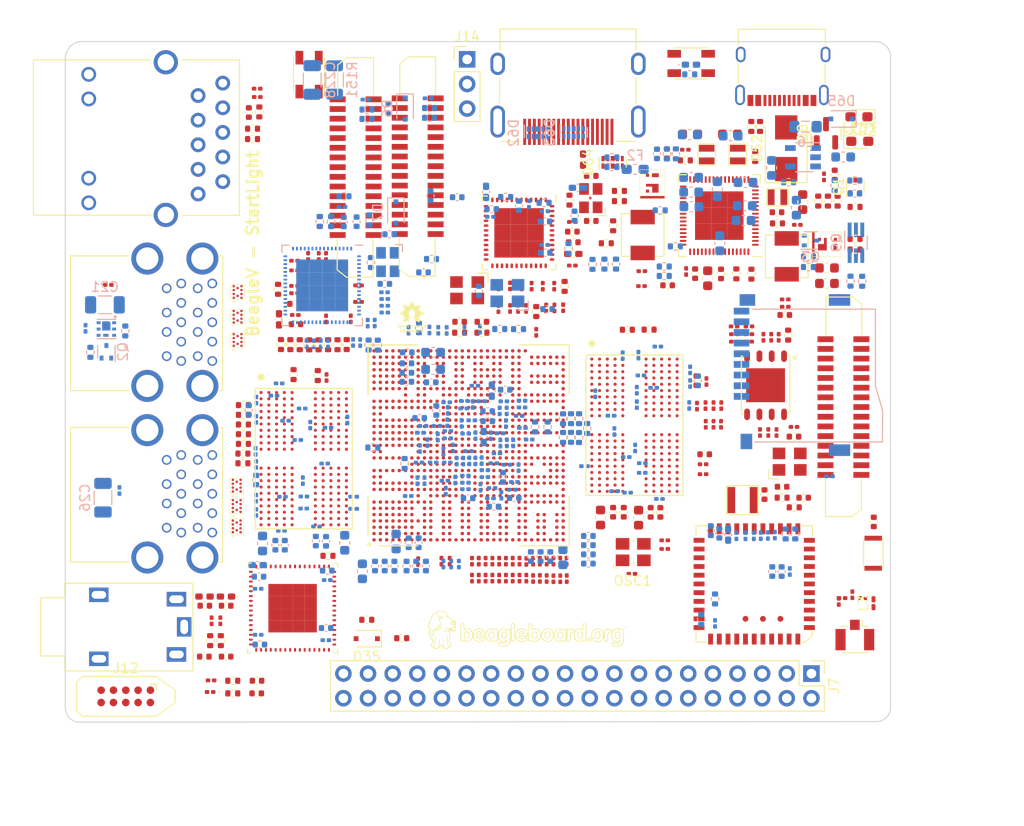
<source format=kicad_pcb>
(kicad_pcb (version 20210228) (generator pcbnew)
  (layers (0 "F.Cu" signal) (1 "In1.Cu" power) (2 "In2.Cu" signal) (3 "In3.Cu" power) (4 "In4.Cu" signal) (5 "In5.Cu" power) (6 "In6.Cu" power) (7 "In7.Cu" signal) (8 "In8.Cu" power) (9 "In9.Cu" signal) (10 "In10.Cu" power) (31 "B.Cu" signal) (34 "B.Paste" user) (35 "F.Paste" user) (36 "B.SilkS" user "B.Silkscreen") (37 "F.SilkS" user "F.Silkscreen") (38 "B.Mask" user) (39 "F.Mask" user) (44 "Edge.Cuts" user))
  (net 0 "")
  (net 1 "+1V1")
  (net 2 "Net-(ANT1-Pad1)")
  (net 3 "+3V3")
  (net 4 "/BeagleVUSB 3.0 HUB/V33")
  (net 5 "+1V2")
  (net 6 "Net-(C11-Pad1)")
  (net 7 "HUB1_SSTX_P")
  (net 8 "Net-(C24-Pad1)")
  (net 9 "Net-(C43-Pad2)")
  (net 10 "Net-(C44-Pad2)")
  (net 11 "Net-(C45-Pad2)")
  (net 12 "Net-(C46-Pad1)")
  (net 13 "Net-(C47-Pad1)")
  (net 14 "VETH1_AVDDH")
  (net 15 "HUB1_SSTX_N")
  (net 16 "Net-(C185-Pad1)")
  (net 17 "HUB2_SSTX_P")
  (net 18 "Net-(C186-Pad1)")
  (net 19 "Net-(C197-Pad2)")
  (net 20 "Net-(C213-Pad2)")
  (net 21 "/BeagleV HighIF & Ctrl Other/CLK_25M_OUT")
  (net 22 "Net-(C223-Pad1)")
  (net 23 "/BeagleV HighIF & Ctrl Other/CLK_27M_OUT")
  (net 24 "Net-(ANT1-Pad3)")
  (net 25 "Earth")
  (net 26 "/BeagleV 10/100/1000 ETHERNET/RGMII1_TCLK")
  (net 27 "Net-(C232-Pad1)")
  (net 28 "/BeagleV W iFi, Bluetooth/26M_XTAL_IN")
  (net 29 "Net-(C236-Pad1)")
  (net 30 "HUB2_SSTX_N")
  (net 31 "Net-(C237-Pad1)")
  (net 32 "HUB3_SSTX_P")
  (net 33 "Net-(C238-Pad1)")
  (net 34 "HUB3_SSTX_N")
  (net 35 "Net-(C239-Pad1)")
  (net 36 "HUB4_SSTX_P")
  (net 37 "Net-(C240-Pad1)")
  (net 38 "HUB4_SSTX_N")
  (net 39 "Net-(C241-Pad1)")
  (net 40 "Net-(C242-Pad2)")
  (net 41 "USB_SSRX1P")
  (net 42 "Net-(C243-Pad2)")
  (net 43 "USB_SSRX1N")
  (net 44 "Net-(C244-Pad2)")
  (net 45 "USB_SSTX1P")
  (net 46 "Net-(C245-Pad2)")
  (net 47 "USB_SSTX1N")
  (net 48 "Net-(C246-Pad2)")
  (net 49 "Net-(C247-Pad2)")
  (net 50 "SYS_RSTN")
  (net 51 "Net-(C277-Pad2)")
  (net 52 "Net-(C277-Pad1)")
  (net 53 "LDO_3V3")
  (net 54 "Net-(C302-Pad2)")
  (net 55 "Net-(C305-Pad2)")
  (net 56 "Net-(C306-Pad2)")
  (net 57 "Net-(C307-Pad2)")
  (net 58 "Net-(C309-Pad2)")
  (net 59 "GPIO23_DAC_PW ML")
  (net 60 "Net-(C310-Pad2)")
  (net 61 "GPIO24_DAC_PW MR")
  (net 62 "Net-(C311-Pad2)")
  (net 63 "Net-(C312-Pad2)")
  (net 64 "Net-(C313-Pad2)")
  (net 65 "Net-(C314-Pad2)")
  (net 66 "Net-(D35-Pad2)")
  (net 67 "/BeagleV PMIC/CTL5")
  (net 68 "Net-(D6-Pad2)")
  (net 69 "UART3_RXD_1V8")
  (net 70 "HUB1_DM")
  (net 71 "HUB1_DP")
  (net 72 "HUB2_DM")
  (net 73 "HUB2_DP")
  (net 74 "Net-(D27-PadA4)")
  (net 75 "Net-(D27-PadA3)")
  (net 76 "Net-(D27-PadA2)")
  (net 77 "Net-(D27-PadA1)")
  (net 78 "HUB1_SSRX_P")
  (net 79 "HUB1_SSRX_N")
  (net 80 "HUB2_SSRX_P")
  (net 81 "HUB2_SSRX_N")
  (net 82 "Net-(D28-PadA4)")
  (net 83 "Net-(D28-PadA3)")
  (net 84 "Net-(D28-PadA2)")
  (net 85 "Net-(D28-PadA1)")
  (net 86 "Net-(D29-PadA4)")
  (net 87 "Net-(D29-PadA3)")
  (net 88 "Net-(D29-PadA2)")
  (net 89 "Net-(D29-PadA1)")
  (net 90 "HUB3_DM")
  (net 91 "HUB3_DP")
  (net 92 "HUB4_DM")
  (net 93 "Net-(D30-PadA4)")
  (net 94 "Net-(D30-PadA3)")
  (net 95 "Net-(D30-PadA2)")
  (net 96 "Net-(D30-PadA1)")
  (net 97 "HUB3_SSRX_P")
  (net 98 "HUB3_SSRX_N")
  (net 99 "HUB4_SSRX_P")
  (net 100 "HUB4_SSRX_N")
  (net 101 "Net-(D31-PadA4)")
  (net 102 "Net-(D31-PadA3)")
  (net 103 "Net-(D31-PadA2)")
  (net 104 "Net-(D31-PadA1)")
  (net 105 "Net-(D32-PadA4)")
  (net 106 "Net-(D32-PadA3)")
  (net 107 "Net-(D32-PadA2)")
  (net 108 "Net-(D32-PadA1)")
  (net 109 "Net-(D35-Pad1)")
  (net 110 "Net-(D62-Pad1)")
  (net 111 "Net-(D62-Pad4)")
  (net 112 "Net-(D62-Pad5)")
  (net 113 "Net-(D52-Pad2)")
  (net 114 "Net-(D63-Pad1)")
  (net 115 "Net-(D63-Pad4)")
  (net 116 "Net-(D63-Pad5)")
  (net 117 "3V3_WIFI")
  (net 118 "Net-(D64-Pad1)")
  (net 119 "Net-(D64-Pad4)")
  (net 120 "Net-(D64-Pad5)")
  (net 121 "VCC_5V_USB")
  (net 122 "Net-(D65-Pad2)")
  (net 123 "Net-(FB6-Pad1)")
  (net 139 "GPIO61_I2C0_SDA")
  (net 140 "GPIO62_I2C0_SCL")
  (net 142 "GPIO58_CSI0_PW DN")
  (net 143 "CSI2RX_CLK_P")
  (net 144 "CSI2RX_CLK_N")
  (net 145 "CSI2RX_DP1")
  (net 146 "CSI2RX_DN1")
  (net 147 "CSI2RX_DP0")
  (net 148 "CSI2RX_DN0")
  (net 164 "GPIO59_I2C2_SDA")
  (net 165 "GPIO60_I2C2_SCL")
  (net 167 "GPIO57_CSI1_PW DN")
  (net 168 "CSI1RX_CLK_P")
  (net 169 "CSI1RX_CLK_N")
  (net 170 "CSI1RX_DP1")
  (net 171 "CSI1RX_DN1")
  (net 172 "CSI1RX_DP0")
  (net 173 "CSI1RX_DN0")
  (net 175 "Net-(J6-Pad14)")
  (net 176 "/BeagleV 10/100/1000 ETHERNET/GBE1_LED_ACT")
  (net 177 "/BeagleV 10/100/1000 ETHERNET/GBE1_LED_LINK")
  (net 178 "Net-(J6-Pad11)")
  (net 179 "/BeagleV 10/100/1000 ETHERNET/GBE1_TRN3")
  (net 180 "/BeagleV 10/100/1000 ETHERNET/GBE1_TRP3")
  (net 181 "/BeagleV 10/100/1000 ETHERNET/GBE1_TRN2")
  (net 182 "/BeagleV 10/100/1000 ETHERNET/GBE1_TRP2")
  (net 183 "/BeagleV 10/100/1000 ETHERNET/GBE1_TRN1")
  (net 184 "/BeagleV 10/100/1000 ETHERNET/GBE1_TRP1")
  (net 185 "/BeagleV 10/100/1000 ETHERNET/GBE1_TRN0")
  (net 186 "/BeagleV 10/100/1000 ETHERNET/GBE1_TRP0")
  (net 187 "GPIO0")
  (net 188 "GPIO2")
  (net 189 "GPIO1")
  (net 190 "GPIO4")
  (net 191 "GPIO3")
  (net 192 "GPIO5")
  (net 193 "GPIO7")
  (net 194 "GPIO6")
  (net 195 "GPIO8")
  (net 196 "GPIO10")
  (net 197 "GPIO9")
  (net 198 "GPIO11")
  (net 199 "GPIO15")
  (net 200 "GPIO12")
  (net 201 "GPIO17")
  (net 202 "GPIO16")
  (net 203 "GPIO18")
  (net 204 "GPIO19")
  (net 205 "GPIO21")
  (net 206 "GPIO20")
  (net 207 "GPIO22")
  (net 208 "GPIO45")
  (net 209 "GPIO44")
  (net 210 "GPIO13")
  (net 211 "GPIO14")
  (net 212 "GPIO46")
  (net 213 "GPIO47")
  (net 214 "GPIO48")
  (net 215 "Net-(J8-Pad1)")
  (net 232 "CDTX_DSI_DP0")
  (net 233 "CDTX_DSI_DN0")
  (net 234 "CDTX_DSI_CP")
  (net 235 "CDTX_DSI_CN")
  (net 236 "CDTX_DSI_DP1")
  (net 237 "CDTX_DSI_DN1")
  (net 238 "Net-(J10-Pad9)")
  (net 239 "Net-(J10-Pad8)")
  (net 240 "Net-(J10-Pad7)")
  (net 241 "Net-(J10-Pad5)")
  (net 242 "Net-(J10-Pad3)")
  (net 243 "Net-(J10-Pad2)")
  (net 244 "Net-(J10-Pad1)")
  (net 246 "U74_JTAG_TRSTN")
  (net 247 "U74_JTAG_TDI")
  (net 249 "U74_JTAG_TDO")
  (net 250 "U74_JTAG_TCK")
  (net 251 "U74_JTAG_TMS")
  (net 255 "Net-(J13-PadB5)")
  (net 259 "Net-(J13-PadA5)")
  (net 260 "Net-(L1-Pad1)")
  (net 261 "Net-(L2-Pad1)")
  (net 262 "Net-(L4-Pad1)")
  (net 263 "Net-(L5-Pad1)")
  (net 264 "Net-(L7-Pad1)")
  (net 265 "Net-(L8-Pad1)")
  (net 266 "Net-(LED1-Pad2)")
  (net 267 "Net-(LED1-Pad1)")
  (net 268 "Net-(LED2-Pad2)")
  (net 269 "Net-(LED2-Pad1)")
  (net 270 "Net-(OSC1-Pad3)")
  (net 271 "Net-(Q1-Pad2)")
  (net 272 "USB_PW EN*")
  (net 273 "Net-(Q2-Pad3)")
  (net 274 "Net-(Q3-Pad2)")
  (net 275 "Net-(Q6-Pad4)")
  (net 276 "Net-(Q6-Pad1)")
  (net 277 "Net-(Q7-Pad4)")
  (net 278 "Net-(Q7-Pad1)")
  (net 279 "Net-(Q8-Pad1)")
  (net 280 "Net-(Q9-Pad2)")
  (net 281 "GPIO43_LED")
  (net 282 "LCD_PCLK")
  (net 283 "Net-(R5-Pad1)")
  (net 284 "LCD_DE")
  (net 285 "Net-(R6-Pad1)")
  (net 286 "LCD_VSYNC")
  (net 287 "Net-(R7-Pad1)")
  (net 288 "LCD_HSYNC")
  (net 289 "Net-(R8-Pad1)")
  (net 290 "LCD_DATA0")
  (net 291 "Net-(R9-Pad1)")
  (net 292 "LCD_DATA23")
  (net 293 "Net-(R10-Pad1)")
  (net 294 "LCD_DATA1")
  (net 295 "Net-(R11-Pad1)")
  (net 296 "LCD_DATA2")
  (net 297 "Net-(R12-Pad1)")
  (net 298 "LCD_DATA3")
  (net 299 "Net-(R13-Pad1)")
  (net 300 "LCD_DATA4")
  (net 301 "Net-(R14-Pad1)")
  (net 302 "LCD_DATA5")
  (net 303 "Net-(R15-Pad1)")
  (net 304 "LCD_DATA6")
  (net 305 "Net-(R16-Pad1)")
  (net 306 "LCD_DATA7")
  (net 307 "Net-(R17-Pad1)")
  (net 308 "LCD_DATA8")
  (net 309 "Net-(R18-Pad1)")
  (net 310 "LCD_DATA9")
  (net 311 "Net-(R19-Pad1)")
  (net 312 "LCD_DATA10")
  (net 313 "Net-(R20-Pad1)")
  (net 314 "LCD_DATA11")
  (net 315 "Net-(R21-Pad1)")
  (net 316 "LCD_DATA12")
  (net 317 "Net-(R22-Pad1)")
  (net 318 "Net-(R23-Pad2)")
  (net 319 "Net-(R24-Pad2)")
  (net 320 "Net-(R25-Pad1)")
  (net 321 "/BeagleV 10/100/1000 ETHERNET/RGMII1_RCLK")
  (net 322 "/BeagleV 10/100/1000 ETHERNET/RGMII1_RD3")
  (net 323 "/BeagleV 10/100/1000 ETHERNET/RGMII1_RD2")
  (net 324 "/BeagleV 10/100/1000 ETHERNET/RGMII1_RD1")
  (net 325 "/BeagleV 10/100/1000 ETHERNET/RGMII1_RD0")
  (net 326 "/BeagleV 10/100/1000 ETHERNET/MDIO")
  (net 327 "/BeagleV 10/100/1000 ETHERNET/MDC")
  (net 328 "/BeagleV 10/100/1000 ETHERNET/RGMII1_RCTL")
  (net 329 "/BeagleV 10/100/1000 ETHERNET/LED_MODE")
  (net 330 "Net-(R41-Pad2)")
  (net 331 "FNSH115_GMAC_GTXCLK")
  (net 332 "Net-(R42-Pad2)")
  (net 333 "FNSH117_GMAC_TXEN")
  (net 334 "Net-(R43-Pad2)")
  (net 335 "FNSH119_GMAC_TXD0")
  (net 336 "Net-(R44-Pad2)")
  (net 337 "FNSH119_GMAC_TXD1")
  (net 338 "Net-(R45-Pad2)")
  (net 339 "FNSH119_GMAC_TXD2")
  (net 340 "Net-(R46-Pad2)")
  (net 341 "FNSH119_GMAC_TXD3")
  (net 342 "Net-(R47-Pad2)")
  (net 343 "FNSH127_GMAC_RXCLK")
  (net 344 "Net-(R48-Pad2)")
  (net 345 "FNSH128_GMAC_RXDV")
  (net 346 "Net-(R49-Pad2)")
  (net 347 "FNSH130_GMAC_RXD0")
  (net 348 "Net-(R50-Pad2)")
  (net 349 "FNSH130_GMAC_RXD1")
  (net 350 "Net-(R51-Pad2)")
  (net 351 "FNSH130_GMAC_RXD2")
  (net 352 "Net-(R52-Pad2)")
  (net 353 "FNSH130_GMAC_RXD3")
  (net 354 "Net-(R53-Pad2)")
  (net 355 "FNSH140_GMAC_MDC")
  (net 356 "Net-(R54-Pad2)")
  (net 357 "FNSH141_GMAC_MDIO")
  (net 358 "Net-(R164-Pad2)")
  (net 359 "Net-(R59-Pad1)")
  (net 360 "Net-(R60-Pad2)")
  (net 361 "Net-(R62-Pad2)")
  (net 362 "Net-(R63-Pad1)")
  (net 363 "/BeagleV LPDDR (A)/DDR0_ODT_0")
  (net 364 "/BeagleV LPDDR (A)/DDR0_ODT_1")
  (net 365 "/BeagleV LPDDR (A)/DDR0_ODT1")
  (net 366 "Net-(R71-Pad2)")
  (net 367 "Net-(R72-Pad2)")
  (net 368 "Net-(R73-Pad2)")
  (net 369 "/BeagleV LPDDR (B)/DDR1_ODT_0")
  (net 370 "/BeagleV LPDDR (B)/DDR1_ODT_1")
  (net 371 "/BeagleV LPDDR (B)/DDR1_ODT1")
  (net 372 "Net-(R80-Pad2)")
  (net 373 "Net-(R81-Pad2)")
  (net 374 "Net-(R82-Pad2)")
  (net 375 "Net-(R83-Pad2)")
  (net 376 "LCD_DATA13")
  (net 377 "Net-(R87-Pad1)")
  (net 378 "LCD_DATA14")
  (net 379 "Net-(R88-Pad1)")
  (net 380 "LCD_DATA15")
  (net 381 "Net-(R89-Pad1)")
  (net 382 "LCD_DATA16")
  (net 383 "Net-(R90-Pad1)")
  (net 384 "LCD_DATA17")
  (net 385 "Net-(R91-Pad1)")
  (net 386 "LCD_DATA18")
  (net 387 "Net-(R92-Pad1)")
  (net 388 "LCD_DATA19")
  (net 389 "Net-(R93-Pad1)")
  (net 390 "LCD_DATA20")
  (net 391 "Net-(R94-Pad1)")
  (net 392 "Net-(R101-Pad1)")
  (net 393 "QSPI_CSN0")
  (net 394 "Net-(R103-Pad2)")
  (net 395 "QSPI_D1")
  (net 396 "Net-(R104-Pad2)")
  (net 397 "QSPI_D3")
  (net 398 "Net-(R105-Pad2)")
  (net 399 "QSPI_D2")
  (net 400 "QSPI_CLK")
  (net 401 "Net-(R106-Pad1)")
  (net 402 "Net-(R107-Pad2)")
  (net 403 "QSPI_D0")
  (net 404 "LCD_DATA21")
  (net 405 "Net-(R108-Pad1)")
  (net 406 "LCD_DATA22")
  (net 407 "Net-(R109-Pad1)")
  (net 408 "Net-(R110-Pad2)")
  (net 409 "GPIO25_HDMI_12MHZ")
  (net 410 "Net-(R111-Pad1)")
  (net 411 "GPIO32_HDMI_INT")
  (net 412 "Net-(R113-Pad2)")
  (net 413 "GPIO26_HDMI_BCLK")
  (net 414 "/BeagleV W iFi, Bluetooth/LPO_32K")
  (net 415 "/BeagleV HighIF & Ctrl Other/CLK_25M_IN")
  (net 416 "/BeagleV PMIC/PWR_EN")
  (net 417 "Net-(R119-Pad1)")
  (net 418 "/BeagleV HighIF & Ctrl Other/CLK_27M_IN")
  (net 419 "Net-(R121-Pad1)")
  (net 420 "Net-(R133-Pad2)")
  (net 421 "Net-(R139-Pad2)")
  (net 422 "GPIO37_WIFI_EN")
  (net 423 "GPIO56_VDD2PEN")
  (net 424 "USB_OVCR*")
  (net 425 "Net-(R145-Pad2)")
  (net 426 "GPIO33_WIFI_SDIO1_CLK")
  (net 427 "Net-(R146-Pad1)")
  (net 428 "GPIO34_WIFI_SDIO1_D2")
  (net 429 "GPIO31_WIFI_SDIO1_D3")
  (net 430 "GPIO29_WIFI_SDIO1_CMD")
  (net 431 "GPIO36_WIFI_SDIO1_D0")
  (net 432 "GPIO30_WIFI_SDIO1_D1")
  (net 433 "/BeagleV W iFi, Bluetooth/26M_XTAL_OUT")
  (net 434 "Net-(R156-Pad2)")
  (net 435 "GPIO27_HDMI_I2S_LRCLK")
  (net 436 "Net-(R157-Pad2)")
  (net 437 "GPIO28_HDMI_I2S_TX0")
  (net 438 "Net-(R158-Pad2)")
  (net 439 "Net-(R165-Pad1)")
  (net 440 "Net-(R166-Pad2)")
  (net 441 "Net-(R184-Pad2)")
  (net 442 "GPIO55_GMAC_RESETN")
  (net 443 "GPIO50_SD_SDIO0_D1")
  (net 444 "GPIO49_SD_SDIO0_D0")
  (net 445 "GPIO54_SD_SDIO0_CLK")
  (net 446 "GPIO53_SD_SDIO0_CMD")
  (net 447 "GPIO52_SD_SDIO0_D3")
  (net 448 "GPIO51_SD_SDIO0_D2")
  (net 449 "/BeagleV VIC LCD & GMI & GPIOs/BOOT_SEL0")
  (net 450 "/BeagleV VIC LCD & GMI & GPIOs/BOOT_SEL1")
  (net 451 "BOOT_SEL2")
  (net 452 "/BeagleV VIC LCD & GMI & GPIOs/BOOT_MODE")
  (net 453 "Net-(R254-Pad1)")
  (net 454 "Net-(R255-Pad1)")
  (net 455 "Net-(R256-Pad1)")
  (net 456 "Net-(Q7-Pad5)")
  (net 457 "Net-(R257-Pad1)")
  (net 458 "Net-(R259-Pad1)")
  (net 459 "Net-(R260-Pad1)")
  (net 460 "Net-(R262-Pad1)")
  (net 461 "Net-(R263-Pad2)")
  (net 462 "Net-(R265-Pad1)")
  (net 463 "Net-(R266-Pad1)")
  (net 464 "Net-(R267-Pad1)")
  (net 465 "Net-(R268-Pad1)")
  (net 466 "+1V8")
  (net 467 "+5V")
  (net 468 "GND")
  (net 469 "VETH1_DVDDH")
  (net 470 "Net-(TP86-Pad1)")
  (net 471 "Net-(TP87-Pad1)")
  (net 472 "USB_DP")
  (net 473 "USB_DM")
  (net 474 "Net-(TP85-Pad1)")
  (net 475 "Net-(TP84-Pad1)")
  (net 482 "Net-(U2-Pad5)")
  (net 485 "DDR0_DMI3")
  (net 486 "DDR0_DQ30")
  (net 487 "DDR0_DQ22")
  (net 488 "DDR0_DMI2")
  (net 489 "DDR0_DQ17")
  (net 490 "DDR0_DQS3P")
  (net 491 "Net-(U7-PadAA10)")
  (net 492 "DDR0_DQS2P")
  (net 493 "DDR0_DQS3N")
  (net 494 "DDR0_DQ29")
  (net 495 "DDR0_DQ21")
  (net 496 "DDR0_DQS2N")
  (net 497 "DDR0_DQ18")
  (net 498 "DDR0_DQ28")
  (net 499 "Net-(U7-PadA4)")
  (net 500 "DDR0_DQ20")
  (net 501 "DDR0_DQ19")
  (net 502 "DDR0_A3")
  (net 503 "DDR0_A2")
  (net 504 "DDR0_CS0")
  (net 505 "DDR0_CS1")
  (net 506 "DDR0_A0")
  (net 507 "DDR0_CLK0N")
  (net 508 "DDR0_CLK0P")
  (net 509 "DDR0_CKE1")
  (net 510 "DDR0_CKE0")
  (net 511 "DDR0_A1")
  (net 516 "DDR0_DQ12")
  (net 517 "DDR0_DQ4")
  (net 518 "DDR0_DQ3")
  (net 519 "DDR0_DQS1N")
  (net 520 "DDR0_DQ13")
  (net 521 "DDR0_DQ5")
  (net 522 "DDR0_DQS0N")
  (net 523 "DDR0_DQ2")
  (net 524 "DDR0_DQS1P")
  (net 525 "DDR0_DQS0P")
  (net 526 "DDR0_DMI1")
  (net 527 "DDR0_DQ14")
  (net 528 "DDR0_DQ6")
  (net 529 "DDR0_DMI0")
  (net 530 "DDR0_DQ1")
  (net 531 "DDR0_DQ15")
  (net 532 "DDR0_DQ7")
  (net 533 "DDR0_DQ0")
  (net 537 "DDR0_DQ31")
  (net 538 "DDR0_DQ23")
  (net 539 "DDR0_DQ16")
  (net 543 "DDR1_DMI3")
  (net 544 "DDR1_DQ30")
  (net 545 "Net-(U8-PadA10)")
  (net 546 "DDR1_DQ22")
  (net 547 "DDR1_DMI2")
  (net 548 "DDR1_DQ17")
  (net 549 "DDR1_DQS3P")
  (net 550 "Net-(U8-PadAA10)")
  (net 551 "DDR1_DQS2P")
  (net 552 "DDR1_DQS3N")
  (net 553 "DDR1_DQ29")
  (net 554 "DDR1_DQ21")
  (net 555 "DDR1_DQS2N")
  (net 556 "DDR1_DQ18")
  (net 557 "DDR1_DQ28")
  (net 558 "DDR1_DQ20")
  (net 559 "DDR1_DQ19")
  (net 560 "DDR1_A3")
  (net 561 "DDR1_A2")
  (net 562 "DDR1_CS0")
  (net 563 "DDR1_CS1")
  (net 564 "DDR1_A0")
  (net 565 "DDR1_CLK0N")
  (net 566 "DDR1_CLK0P")
  (net 567 "DDR1_CKE1")
  (net 568 "DDR1_CKE0")
  (net 569 "DDR1_A1")
  (net 574 "DDR1_DQ12")
  (net 575 "DDR1_DQ4")
  (net 576 "DDR1_DQ3")
  (net 577 "DDR1_DQS1N")
  (net 578 "DDR1_DQ13")
  (net 579 "DDR1_DQ5")
  (net 580 "DDR1_DQS0N")
  (net 581 "DDR1_DQ2")
  (net 582 "DDR1_DQS1P")
  (net 583 "DDR1_DQS0P")
  (net 584 "DDR1_DMI1")
  (net 585 "DDR1_DQ14")
  (net 586 "DDR1_DQ6")
  (net 587 "DDR1_DMI0")
  (net 588 "DDR1_DQ1")
  (net 589 "DDR1_DQ15")
  (net 590 "DDR1_DQ7")
  (net 591 "DDR1_DQ0")
  (net 595 "DDR1_DQ31")
  (net 596 "DDR1_DQ23")
  (net 597 "DDR1_DQ16")
  (net 613 "/BeagleV HighIF & Ctrl Other/ATEMP_VCAL")
  (net 614 "/BeagleV HighIF & Ctrl Other/ATEMP_VSS")
  (net 615 "GPIO63_GMAC_RESETN")
  (net 619 "/BeagleV HighIF & Ctrl Other/ATEMP_TEST0")
  (net 620 "/BeagleV HighIF & Ctrl Other/ATEMP_TEST1")
  (net 622 "GPIO40_BT_UART_RXD")
  (net 623 "GPIO41_BT_UART_TXD")
  (net 625 "GPIO42_BT_UART_RTS")
  (net 626 "GPIO39_BT_UART_CTS")
  (net 627 "GPIO38_BT_W AKE")
  (net 628 "/BeagleV HighIF & Ctrl Other/TEST_MODE")
  (net 629 "GPIO35_BT_RSTN")
  (net 632 "/BeagleV HighIF & Ctrl Other/VIC_RSTN")
  (net 649 "/BeagleV VIC DDR Ctrl/DDR0_PLL_TESTOUT_N")
  (net 650 "/BeagleV VIC DDR Ctrl/DDR0_PLL_TESTOUT_P")
  (net 651 "DDR1_ODT1")
  (net 664 "UART3_TXD_1V8")
  (net 666 "DDR0_DQ10")
  (net 667 "/BeagleV VIC DDR Ctrl/DDR0_PLL_REFOUT_P")
  (net 668 "DDR1_CS3")
  (net 669 "DDR1_A5")
  (net 673 "DDR0_DQ11")
  (net 674 "DDR1_ODT0")
  (net 675 "/BeagleV VIC DDR Ctrl/DDR0_PLL_REFOUT_N")
  (net 677 "DDR1_A4")
  (net 684 "DDR0_DQ9")
  (net 688 "DDR0_DQ27")
  (net 696 "DDR1_RSTN")
  (net 697 "DDR1_CS2")
  (net 700 "DDR1_CLK1N")
  (net 704 "DDR0_DQ25")
  (net 705 "/BeagleV VIC DDR Ctrl/DDR1_PLL_TESTOUT_P")
  (net 708 "DDR1_CLK1P")
  (net 710 "DDR1_DQ24")
  (net 711 "DDR1_DQ25")
  (net 716 "/BeagleV VIC DDR Ctrl/DDR1_PLL_TESTOUT_N")
  (net 722 "DDR1_DQ26")
  (net 729 "DDR1_DQ27")
  (net 731 "DDR1_DQ9")
  (net 736 "DDR1_DQ10")
  (net 737 "DDR1_DQ11")
  (net 738 "/BeagleV VIC DDR Ctrl/DDR1_PLL_REFOUT_P")
  (net 740 "DDR1_DQ8")
  (net 741 "/BeagleV VIC DDR Ctrl/DDR1_PLL_REFOUT_N")
  (net 768 "DDR0_DQ8")
  (net 772 "DDR0_DQ26")
  (net 773 "DDR0_DQ24")
  (net 774 "Net-(U11-Pad19)")
  (net 779 "GPIO38_BT_WAKE")
  (net 782 "Net-(TP88-Pad1)")
  (net 794 "Net-(TP83-Pad1)")
  (net 805 "Net-(R136-Pad1)")
  (net 810 "Net-(R141-Pad2)")
  (net 811 "DDR0_RSTN")
  (net 812 "DDR0_A4")
  (net 813 "DDR0_A5")
  (net 828 "Net-(R2-Pad2)")
  (net 829 "Net-(R3-Pad2)")
  (net 830 "VETH1_AVDDL_PLL")
  (net 831 "VCC_0V9")
  (net 832 "AVDD09_PLL")
  (net 833 "AVDD3V3_USB")
  (net 834 "VDD2PEN_OTP_1V8")
  (net 835 "VSYS_5V8")
  (net 836 "HDMI_1V8")
  (net 837 "Net-(D62-Pad2)")
  (net 838 "Net-(D63-Pad2)")
  (net 839 "/BeagleV LPDDR (A)/DDR0_ODT0")
  (net 840 "/BeagleV LPDDR (B)/DDR1_ODT0")
  (net 841 "Net-(D64-Pad2)")
  (footprint "Resistor_SMD:R_0402_1005Metric" (layer "F.Cu") (at 136.3 65.6)
    (fp_text reference "R63")
    (fp_text value "0R")
  )
  (footprint "Resistor_SMD:R_0402_1005Metric" (layer "F.Cu") (at 137.4 77.125 90)
    (fp_text reference "R101")
    (fp_text value "4.7K")
  )
  (footprint "BeagleV:SMCE-2520" (layer "F.Cu") (at 117.05 62.995 90)
    (fp_text reference "X6")
    (fp_text value "25MHz - Crystal")
  )
  (footprint "Resistor_SMD:R_0201_0603Metric" (layer "F.Cu") (at 131.86 77.03 180)
    (fp_text reference "R134")
    (fp_text value "10K")
  )
  (footprint "Resistor_SMD:R_0201_0603Metric" (layer "F.Cu") (at 113.9 102.26 90)
    (fp_text reference "R22")
    (fp_text value "33R")
  )
  (footprint "Resistor_SMD:R_0201_0603Metric" (layer "F.Cu") (at 142.96 104.26 180)
    (fp_text reference "R133")
    (fp_text value "0R")
  )
  (footprint "Capacitor_SMD:C_0201_0603Metric" (layer "F.Cu") (at 89.75 69 -90)
    (fp_text reference "C17")
    (fp_text value "100nF/10V")
  )
  (footprint "Resistor_SMD:R_0201_0603Metric" (layer "F.Cu") (at 130.48 86.325 90)
    (fp_text reference "R236")
    (fp_text value "33R")
  )
  (footprint "Resistor_SMD:R_0402_1005Metric" (layer "F.Cu") (at 142.5 63.3 90)
    (fp_text reference "R4")
    (fp_text value "4.7K")
  )
  (footprint "Capacitor_SMD:C_0402_1005Metric" (layer "F.Cu") (at 79.45 105.05 180)
    (fp_text reference "C312")
    (fp_text value "10nF/50V")
  )
  (footprint "Diode_SMD:D_0402_1005Metric_Pad0.77x0.64mm_HandSolder" (layer "F.Cu") (at 79.43 104.1 180)
    (fp_text reference "D1")
    (fp_text value "D_TVS")
  )
  (footprint "Diode_SMD:D_SMB" (layer "F.Cu") (at 137.2 57.85 90)
    (fp_text reference "D52")
    (fp_text value "SMBJ5.0CA-TR")
  )
  (footprint "Resistor_SMD:R_0201_0603Metric" (layer "F.Cu") (at 110.95 72.075 90)
    (fp_text reference "R34")
    (fp_text value "10K")
  )
  (footprint "Capacitor_SMD:C_0603_1608Metric" (layer "F.Cu") (at 141.4 71.8)
    (fp_text reference "C294")
    (fp_text value "22uF/10V")
  )
  (footprint "BeagleV:WPN201610H_2x1.6" (layer "F.Cu") (at 136.3 62.9 90)
    (fp_text reference "L7")
    (fp_text value "1uH")
  )
  (footprint "Resistor_SMD:R_0201_0603Metric" (layer "F.Cu") (at 105.5 102.2 -90)
    (fp_text reference "R11")
    (fp_text value "33R")
  )
  (footprint "Capacitor_SMD:C_0402_1005Metric" (layer "F.Cu") (at 139 93.9)
    (fp_text reference "C235")
    (fp_text value "22pF/50V")
  )
  (footprint "Capacitor_SMD:C_0201_0603Metric" (layer "F.Cu") (at 87.9 69 -90)
    (fp_text reference "C5")
    (fp_text value "100nF/10V")
  )
  (footprint "Resistor_SMD:R_0402_1005Metric" (layer "F.Cu") (at 81.23 85.35)
    (fp_text reference "R66")
    (fp_text value "DNP")
  )
  (footprint "Resistor_SMD:R_0201_0603Metric" (layer "F.Cu") (at 130.505 84.4 90)
    (fp_text reference "R124")
    (fp_text value "10K")
  )
  (footprint "Capacitor_SMD:C_0201_0603Metric" (layer "F.Cu") (at 145.1 104.26 180)
    (fp_text reference "C213")
    (fp_text value "1pF/50V")
  )
  (footprint "BeagleV:TDA19988-QFN-64_EP_9x9_Pitch0.5mm" (layer "F.Cu") (at 86.3 105.3)
    (fp_text reference "U11")
    (fp_text value "TDA19988")
  )
  (footprint "BeagleV:Codaca_4.4x4.4" (layer "F.Cu") (at 122.4 66.8 180)
    (fp_text reference "L4")
    (fp_text value "0.47uH")
  )
  (footprint "Capacitor_SMD:C_0402_1005Metric" (layer "F.Cu") (at 77.2 110.3)
    (fp_text reference "C313")
    (fp_text value "10nF/50V")
  )
  (footprint "Resistor_SMD:R_0201_0603Metric" (layer "F.Cu") (at 105.5 100.45 -90)
    (fp_text reference "R18")
    (fp_text value "33R")
  )
  (footprint "Resistor_SMD:R_0201_0603Metric" (layer "F.Cu") (at 102.5 100.45 90)
    (fp_text reference "R113")
    (fp_text value "33R")
  )
  (footprint "LED_SMD:LED_0603_1608Metric_Pad1.05x0.95mm_HandSolder" (layer "F.Cu") (at 144.7 54.6 180)
    (fp_text reference "LED2")
    (fp_text value "RED LED")
  )
  (footprint "Resistor_SMD:R_0201_0603Metric" (layer "F.Cu") (at 142.62 104.61 -90)
    (fp_text reference "R135")
    (fp_text value "DNP")
  )
  (footprint "Resistor_SMD:R_0402_1005Metric" (layer "F.Cu") (at 89.1 65.4 90)
    (fp_text reference "R146")
    (fp_text value "100K")
  )
  (footprint "Resistor_SMD:R_0201_0603Metric" (layer "F.Cu") (at 112.5 102.24 -90)
    (fp_text reference "R88")
    (fp_text value "33R")
  )
  (footprint "Resistor_SMD:R_0402_1005Metric" (layer "F.Cu") (at 80.1325 112.79 180)
    (fp_text reference "R269")
    (fp_text value "120R")
  )
  (footprint "Diode_SMD:D_0402_1005Metric_Pad0.77x0.64mm_HandSolder" (layer "F.Cu") (at 77.22 104.1)
    (fp_text reference "D2")
    (fp_text value "D_TVS")
  )
  (footprint "Resistor_SMD:R_0402_1005Metric" (layer "F.Cu") (at 114.85 63.2 90)
    (fp_text reference "R57")
    (fp_text value "1M")
  )
  (footprint "Resistor_SMD:R_0402_1005Metric" (layer "F.Cu") (at 120 62.25)
    (fp_text reference "R259")
    (fp_text value "0R")
  )
  (footprint "Resistor_SMD:R_0402_1005Metric" (layer "F.Cu") (at 91.88 78.1 90)
    (fp_text reference "R59")
    (fp_text value "0R")
  )
  (footprint "Capacitor_SMD:C_0402_1005Metric" (layer "F.Cu") (at 115.25 67.55)
    (fp_text reference "C38")
    (fp_text value "10uF/6.3V")
  )
  (footprint "Resistor_SMD:R_0201_0603Metric" (layer "F.Cu") (at 107.525 74.4 90)
    (fp_text reference "R52")
    (fp_text value "33R")
  )
  (footprint "Resistor_SMD:R_0201_0603Metric" (layer "F.Cu") (at 109 102.2 -90)
    (fp_text reference "R94")
    (fp_text value "33R")
  )
  (footprint "Capacitor_SMD:C_0402_1005Metric" (layer "F.Cu") (at 82.6 114.09 180)
    (fp_text reference "C310")
    (fp_text value "1uF/10V")
  )
  (footprint "Resistor_SMD:R_0402_1005Metric" (layer "F.Cu") (at 144.3 63.9)
    (fp_text reference "R159")
    (fp_text value "10k")
  )
  (footprint "BeagleV:CSD87381P" (layer "F.Cu") (at 141.35 67.75 180)
    (fp_text reference "Q6")
    (fp_text value "CSD87381P")
  )
  (footprint "Resistor_SMD:R_0201_0603Metric" (layer "F.Cu") (at 113.2 100.45 -90)
    (fp_text reference "R93")
    (fp_text value "33R")
  )
  (footprint "Capacitor_SMD:C_0603_1608Metric" (layer "F.Cu") (at 127.3 56.4)
    (fp_text reference "C275")
    (fp_text value "22uF/10V")
  )
  (footprint "Resistor_SMD:R_0201_0603Metric" (layer "F.Cu") (at 107.6 100.45 -90)
    (fp_text reference "R92")
    (fp_text value "33R")
  )
  (footprint "Capacitor_SMD:C_0402_1005Metric" (layer "F.Cu") (at 136.25 64.45)
    (fp_text reference "C222")
    (fp_text value "4.7uF/10V")
  )
  (footprint "Resistor_SMD:R_0201_0603Metric" (layer "F.Cu") (at 109.55 74.375 90)
    (fp_text reference "R50")
    (fp_text value "33R")
  )
  (footprint "Resistor_SMD:R_0201_0603Metric" (layer "F.Cu") (at 82.65 51.7 180)
    (fp_text reference "R29")
    (fp_text value "10K")
  )
  (footprint "Resistor_SMD:R_0402_1005Metric" (layer "F.Cu") (at 97.55 108.4 180)
    (fp_text reference "R86")
    (fp_text value "27K")
  )
  (footprint "Resistor_SMD:R_0201_0603Metric" (layer "F.Cu") (at 133.325 77.795)
    (fp_text reference "R234")
    (fp_text value "33R")
  )
  (footprint "Resistor_SMD:R_0201_0603Metric" (layer "F.Cu") (at 135.65 77.35 90)
    (fp_text reference "R103")
    (fp_text value "33R")
  )
  (footprint "Resistor_SMD:R_0402_1005Metric" (layer "F.Cu") (at 103.525 76.875)
    (fp_text reference "R120")
    (fp_text value "1M")
  )
  (footprint "Resistor_SMD:R_0402_1005Metric" (layer "F.Cu") (at 140.5 63.3 -90)
    (fp_text reference "R3")
    (fp_text value "1K")
  )
  (footprint "BeagleV:Stacked-USB-TypeA" (layer "F.Cu") (at 61.89 93.5 -90)
    (fp_text reference "J4")
    (fp_text value "USB-TYPE-A-3.0")
  )
  (footprint "BeagleV:AP6236" (layer "F.Cu") (at 133.9 102.8 180)
    (fp_text reference "U12")
    (fp_text value "AP6236")
  )
  (footprint "Capacitor_SMD:C_0201_0603Metric" (layer "F.Cu") (at 89.8 81.5 90)
    (fp_text reference "C54")
    (fp_text value "100nF/10V")
  )
  (footprint "BeagleV:WPN201610H_2x1.6" (layer "F.Cu") (at 132.2 58.5 180)
    (fp_text reference "L1")
    (fp_text value "1uH")
  )
  (footprint "BeagleV:PCMF2USB3S" (layer "F.Cu") (at 80.63 72.68 180)
    (fp_text reference "D32")
    (fp_text value "PCMF2USB3S")
  )
  (footprint "BeagleV:TPS650861-QFN-64_EP_8.15x8.15_Pitch0.4mm" (layer "F.Cu") (at 130.3 64.8 180)
    (fp_text reference "U14")
    (fp_text value "TPS65086100")
  )
  (footprint "BeagleV:7XZ-32.768KHz" (layer "F.Cu") (at 121.425 99.5125)
    (fp_text reference "OSC1")
    (fp_text value "32.768kHz-clock")
  )
  (footprint "Capacitor_SMD:C_0402_1005Metric" (layer "F.Cu") (at 134.96 93.58 90)
    (fp_text reference "C232")
    (fp_text value "10uF/6.3V")
  )
  (footprint "Capacitor_SMD:C_0201_0603Metric" (layer "F.Cu") (at 144.02 103.91 90)
    (fp_text reference "C226")
    (fp_text value "DNP")
  )
  (footprint "Capacitor_SMD:C_0201_0603Metric" (layer "F.Cu") (at 86.5 69.45)
    (fp_text reference "C6")
    (fp_text value "100nF/10V")
  )
  (footprint "BeagleV:LPDDR4-200-WFBGA-10x14.5" (layer "F.Cu") (at 121.6 86.45)
    (fp_text reference "U8")
    (fp_text value "32Gbit_RAM")
  )
  (footprint "Capacitor_SMD:C_0603_1608Metric" (layer "F.Cu") (at 131.4 56.4 180)
    (fp_text reference "C248")
    (fp_text value "22uF/10V")
  )
  (footprint "Resistor_SMD:R_0402_1005Metric" (layer "F.Cu") (at 80.1325 114.09 180)
    (fp_text reference "R271")
    (fp_text value "120R")
  )
  (footprint "Capacitor_SMD:C_0402_1005Metric" (layer "F.Cu") (at 120.45 95.4 -90)
    (fp_text reference "C91")
    (fp_text value "10uF/6.3V")
  )
  (footprint "Capacitor_SMD:C_0402_1005Metric" (layer "F.Cu") (at 136.775 92.775)
    (fp_text reference "C236")
    (fp_text value "22pF/50V")
  )
  (footprint "Resistor_SMD:R_0402_1005Metric" (layer "F.Cu") (at 88.9 81.3 90)
    (fp_text reference "R184")
    (fp_text value "240R")
  )
  (footprint "Resistor_SMD:R_0402_1005Metric" (layer "F.Cu") (at 105.825 76.875 180)
    (fp_text reference "R122")
    (fp_text value "0R")
  )
  (footprint "Resistor_SMD:R_0402_1005Metric" (layer "F.Cu") (at 126.8 59.1)
    (fp_text reference "R258")
    (fp_text value "2.2K")
  )
  (footprint "Resistor_SMD:R_0201_0603Metric" (layer "F.Cu") (at 136.2 87.175 90)
    (fp_text reference "R104")
    (fp_text value "33R")
  )
  (footprint "BeagleV:USB-Type-C" (layer "F.Cu") (at 136.76 52.92 180)
    (fp_text reference "J13")
    (fp_text value "USB_TYPE_C")
  )
  (footprint "Capacitor_SMD:C_0402_1005Metric" (layer "F.Cu") (at 138 87.6)
    (fp_text reference "C198")
    (fp_text value "1uF/10V")
  )
  (footprint "Resistor_SMD:R_0201_0603Metric" (layer "F.Cu") (at 107.525 72.05 90)
    (fp_text reference "R31")
    (fp_text value "10K")
  )
  (footprint "Capacitor_SMD:C_0402_1005Metric" (layer "F.Cu") (at 137.05 75.05)
    (fp_text reference "C298")
    (fp_text value "10uF/10V")
  )
  (footprint "Resistor_SMD:R_0402_1005Metric" (layer "F.Cu") (at 86.4 81.2 90)
    (fp_text reference "R62")
    (fp_text value "240R")
  )
  (footprint "Resistor_SMD:R_0402_1005Metric" (layer "F.Cu") (at 86.07 78.11 -90)
    (fp_text reference "R240")
    (fp_text value "DNP")
  )
  (footprint "Capacitor_SMD:C_0402_1005Metric" (layer "F.Cu") (at 117.1 65.35)
    (fp_text reference "C45")
    (fp_text value "22pF/50V")
  )
  (footprint "Resistor_SMD:R_0201_0603Metric" (layer "F.Cu") (at 133.35 77.03 180)
    (fp_text reference "R233")
    (fp_text value "33R")
  )
  (footprint "Resistor_SMD:R_0201_0603Metric" (layer "F.Cu") (at 124.675 99.1875 180)
    (fp_text reference "R137")
    (fp_text value "10K")
  )
  (footprint "Resistor_SMD:R_0402_1005Metric" (layer "F.Cu") (at 82.17 56.9 180)
    (fp_text reference "R56")
    (fp_text value "1K")
  )
  (footprint "Capacitor_SMD:C_0402_1005Metric" (layer "F.Cu") (at 128.7925 89.425)
    (fp_text reference "C99")
    (fp_text value "10uF/6.3V")
  )
  (footprint "Resistor_SMD:R_0402_1005Metric" (layer "F.Cu") (at 111.425 74.6975 -90)
    (fp_text reference "R38")
    (fp_text value "1K")
  )
  (footprint "Resistor_SMD:R_0402_1005Metric" (layer "F.Cu") (at 81.23 88.35 180)
    (fp_text reference "R69")
    (fp_text value "DNP")
  )
  (footprint "Resistor_SMD:R_0201_0603Metric" (layer "F.Cu") (at 109.7 102.2 -90)
    (fp_text reference "R17")
    (fp_text value "33R")
  )
  (footprint "Resistor_SMD:R_0402_1005Metric" (layer "F.Cu") (at 134.5 55.6 90)
    (fp_text reference "R248")
    (fp_text value "5.1K")
  )
  (footprint "Resistor_SMD:R_0201_0603Metric" (layer "F.Cu") (at 135.35 87.175 -90)
    (fp_text reference "R106")
    (fp_text value "33R")
  )
  (footprint "Capacitor_SMD:C_0201_0603Metric" (layer "F.Cu") (at 126.88 70.56 90)
    (fp_text reference "C305")
    (fp_text value "100nF")
  )
  (footprint "Capacitor_SMD:C_0201_0603Metric" (layer "F.Cu") (at 121.29 101.76)
    (fp_text reference "C3")
    (fp_text value "100n/10V")
  )
  (footprint "Resistor_SMD:R_0201_0603Metric" (layer "F.Cu") (at 134.85 77.35 -90)
    (fp_text reference "R105")
    (fp_text value "33R")
  )
  (footprint "Resistor_SMD:R_0402_1005Metric" (layer "F.Cu") (at 114.35 72.1 90)
    (fp_text reference "R35")
    (fp_text value "1K")
  )
  (footprint "Resistor_SMD:R_0201_0603Metric" (layer "F.Cu") (at 129.705 86.325 90)
    (fp_text reference "R237")
    (fp_text value "33R")
  )
  (footprint "Capacitor_SMD:C_0201_0603Metric" (layer "F.Cu") (at 128.625 90.45)
    (fp_text reference "C98")
    (fp_text value "100nF/10V")
  )
  (footprint "LOGO" (layer "F.Cu") (at 110.51 107.55)
    (fp_text reference "G***" hide)
    (fp_text value "LOGO" hide)
  )
  (footprint "Resistor_SMD:R_0201_0603Metric" (layer "F.Cu") (at 110.4 100.48 -90)
    (fp_text reference "R15")
    (fp_text value "33R")
  )
  (footprint "Resistor_SMD:R_0201_0603Metric" (layer "F.Cu") (at 114.55 100.45 -90)
    (fp_text reference "R108")
    (fp_text value "33R")
  )
  (footprint "Package_SON:USON-10_2.5x1.0mm_P0.5mm" (layer "F.Cu") (at 119.3 59.3 90)
    (fp_text reference "D64")
    (fp_text value "Protection-Diode")
  )
  (footprint "Resistor_SMD:R_0201_0603Metric" (layer "F.Cu") (at 77.9 112.75 180)
    (fp_text reference "R265")
    (fp_text value "33R")
  )
  (footprint "Capacitor_SMD:C_0402_1005Metric" (layer "F.Cu") (at 86.65 76)
    (fp_text reference "C23")
    (fp_text value "10uF/6.3V")
  )
  (footprint "Resistor_SMD:R_0402_1005Metric" (layer "F.Cu") (at 136.775 93.9)
    (fp_text reference "R155")
    (fp_text value "0R")
  )
  (footprint "BeagleV:JH7100 - BGA-961_31x31_20.5x20.5mm" (layer "F.Cu") (at 104.45 88.5 90)
    (fp_text reference "U9")
    (fp_text value "VIC-V10")
  )
  (footprint "Resistor_SMD:R_0402_1005Metric" (layer "F.Cu") (at 82.87 54.1 90)
    (fp_text reference "R61")
    (fp_text value "DNP")
  )
  (footprint "Capacitor_SMD:C_0402_1005Metric" (layer "F.Cu") (at 81.79 54.16 90)
    (fp_text reference "C47")
    (fp_text value "100nF/10V")
  )
  (footprint "Resistor_SMD:R_0201_0603Metric" (layer "F.Cu") (at 113.275 72.075 90)
    (fp_text reference "R36")
    (fp_text value "1K")
  )
  (footprint "Capacitor_SMD:C_0603_1608Metric" (layer "F.Cu") (at 138.9 63.4 90)
    (fp_text reference "C274")
    (fp_text value "22uF/10V")
  )
  (footprint "Capacitor_SMD:C_0402_1005Metric" (layer "F.Cu") (at 119.35 95.4 -90)
    (fp_text reference "C81")
    (fp_text value "1uF/10V")
  )
  (footprint "LOGO" (layer "F.Cu") (at 98.6 75.3)
    (fp_text reference "G***" hide)
    (fp_text value "LOGO" hide)
  )
  (footprint "Resistor_SMD:R_0402_1005Metric" (layer "F.Cu") (at 84.8 72.4 90)
    (fp_text reference "R26")
    (fp_text value "100K")
  )
  (footprint "Resistor_SMD:R_0402_1005Metric" (layer "F.Cu") (at 120 63.3)
    (fp_text reference "R260")
    (fp_text value "0R")
  )
  (footprint "Capacitor_SMD:C_0201_0603Metric" (layer "F.Cu") (at 89 69 -90)
    (fp_text reference "C8")
    (fp_text value "100nF/10V")
  )
  (footprint "Resistor_SMD:R_0402_1005Metric" (layer "F.Cu") (at 90.93 78.12 -90)
    (fp_text reference "R98")
    (fp_text value "DNP")
  )
  (footprint "Resistor_SMD:R_0402_1005Metric" (layer "F.Cu") (at 118.65 67.65)
    (fp_text reference "R164")
    (fp_text value "DNP")
  )
  (footprint "BeagleV:switch" (layer "F.Cu") (at 127.4 49.1 180)
    (fp_text reference "SW2")
    (fp_text value "Tactile-Switch")
  )
  (footprint "Resistor_SMD:R_0201_0603Metric" (layer "F.Cu") (at 106.9 102.2 -90)
    (fp_text reference "R14")
    (fp_text value "33R")
  )
  (footprint "Resistor_SMD:R_0201_0603Metric" (layer "F.Cu") (at 111.1 100.45 -90)
    (fp_text reference "R8")
    (fp_text value "33R")
  )
  (footprint "BeagleV:CSD87381P" (layer "F.Cu") (at 123.4 61.55 -90)
    (fp_text reference "Q7")
    (fp_text value "CSD87381P")
  )
  (footprint "BeagleV:LPJG0801EBNL" (layer "F.Cu") (at 70.2 56.8)
    (fp_text reference "J6")
    (fp_text value "LPJG0801HBNL")
  )
  (footprint "BeagleV:switch" (layer "F.Cu") (at 88 50.25 90)
    (fp_text reference "SW3")
    (fp_text value "Tactile-Switch")
  )
  (footprint "Connector:Tag-Connect_TC2050-IDC-NL_2x05_P1.27mm_Vertical" (layer "F.Cu") (at 69.1 114.4 180)
    (fp_text reference "J12")
    (fp_text value "JTAG-Connector")
  )
  (footprint "LED_SMD:LED_0603_1608Metric_Pad1.05x0.95mm_HandSolder" (layer "F.Cu") (at 144.7825 57.13)
    (fp_text reference "LED1")
    (fp_text value "GREEN LED")
  )
  (footprint "BeagleV:U.FL-R-SMT-1" (layer "F.Cu") (at 144.1 108.55 -90)
    (fp_text reference "J8")
    (fp_text value "U.FL-R-SMT-1")
  )
  (footprint "Capacitor_SMD:C_0201_0603Metric" (layer "F.Cu") (at 86.5825 75.05)
    (fp_text reference "C15")
    (fp_text value "100nF/10V")
  )
  (footprint "Capacitor_SMD:C_0402_1005Metric" (layer "F.Cu") (at 115.15 66.45)
    (fp_text reference "C40")
    (fp_text value "10nF/50V")
  )
  (footprint "Capacitor_SMD:C_0402_1005Metric" (layer "F.Cu") (at 123.225 95.4125 -90)
    (fp_text reference "C101")
    (fp_text value "1uF/10V")
  )
  (footprint "Resistor_SMD:R_0402_1005Metric" (layer "F.Cu") (at 144.3 68.3)
    (fp_text reference "R255")
    (fp_text value "0R")
  )
  (footprint "Resistor_SMD:R_0201_0603Metric" (layer "F.Cu") (at 124.675 98.3)
    (fp_text reference "R114")
    (fp_text value "33R")
  )
  (footprint "Resistor_SMD:R_0201_0603Metric" (layer "F.Cu") (at 114.57 102.25 -90)
    (fp_text reference "R90")
    (fp_text value "33R")
  )
  (footprint "Resistor_SMD:R_0402_1005Metric" (layer "F.Cu") (at 81.18 90.35)
    (fp_text reference "R68")
    (fp_text value "10K")
  )
  (footprint "Resistor_SMD:R_0402_1005Metric" (layer "F.Cu") (at 123.06 76.56)
    (fp_text reference "R72")
    (fp_text value "240R")
  )
  (footprint "Resistor_SMD:R_0402_1005Metric" (layer "F.Cu") (at 81.23 86.35)
    (fp_text reference "R64")
    (fp_text value "10K")
  )
  (footprint "Capacitor_SMD:C_0402_1005Metric" (layer "F.Cu") (at 82.6325 112.79 180)
    (fp_text reference "C309")
    (fp_text value "1uF/10V")
  )
  (footprint "Capacitor_SMD:C_0201_0603Metric" (layer "F.Cu") (at 115.15 65.45)
    (fp_text reference "C39")
    (fp_text value "100nF/10V")
  )
  (footprint "Diode_SMD:D_0402_1005Metric_Pad0.77x0.64mm_HandSolder" (layer "F.Cu") (at 116.25 59.0225 90)
    (fp_text reference "D4")
    (fp_text value "D_TVS")
  )
  (footprint "Resistor_SMD:R_0402_1005Metric" (layer "F.Cu") (at 132.055 70.81 90)
    (fp_text reference "R142")
    (fp_text value "10K")
  )
  (footprint "Resistor_SMD:R_0201_0603Metric" (layer "F.Cu") (at 111.1 102.24 -90)
    (fp_text reference "R20")
    (fp_text value "33R")
  )
  (footprint "Resistor_SMD:R_0201_0603Metric" (layer "F.Cu") (at 112.5 100.45 -90)
    (fp_text reference "R89")
    (fp_text value "33R")
  )
  (footprint "Capacitor_SMD:C_0402_1005Metric" (layer "F.Cu") (at 77.25 105.05)
    (fp_text reference "C314")
    (fp_text value "10nF/50V")
  )
  (footprint "Resistor_SMD:R_0402_1005Metric" (layer "F.Cu") (at 82.17 55.83 180)
    (fp_text reference "R55")
    (fp_text value "1K")
  )
  (footprint "Resistor_SMD:R_0201_0603Metric" (layer "F.Cu") (at 106.2 100.45 -90)
    (fp_text reference "R9")
    (fp_text value "33R")
  )
  (footprint "Resistor_SMD:R_0201_0603Metric" (layer "F.Cu") (at 99.25 100.5 90)
    (fp_text reference "R110")
    (fp_text value "33R")
  )
  (footprint "Capacitor_SMD:C_0402_1005Metric" (layer "F.Cu") (at 124.225 95.4125 -90)
    (fp_text reference "C111")
    (fp_text value "10uF/6.3V")
  )
  (footprint "Resistor_SMD:R_0201_0603Metric" (layer "F.Cu") (at 82.66 52.56 180)
    (fp_text reference "R30")
    (fp_text value "10K")
  )
  (footprint "BeagleV:PCMF2USB3S" (layer "F.Cu") (at 80.54 94.76 180)
    (fp_text reference "D27")
    (fp_text value "PCMF2USB3S")
  )
  (footprint "Resistor_SMD:R_0402_1005Metric" (layer "F.Cu") (at 93.95 106.5)
    (fp_text reference "R111")
    (fp_text value "10K")
  )
  (footprint "Resistor_SMD:R_0201_0603Metric" (layer "F.Cu") (at 101.65 100.45 90)
    (fp_text reference "R156")
    (fp_text value "33R")
  )
  (footprint "Resistor_SMD:R_0201_0603Metric" (layer "F.Cu") (at 106.2 102.2 -90)
    (fp_text reference "R21")
    (fp_text value "33R")
  )
  (footprint "Capacitor_SMD:C_0402_1005Metric" (layer "F.Cu") (at 142.2 60.6 -90)
    (fp_text reference "C280")
    (fp_text value "10uF/6.3V")
  )
  (footprint "Resistor_SMD:R_0201_0603Metric" (layer "F.Cu") (at 108.3 102.2 -90)
    (fp_text reference "R10")
    (fp_text value "33R")
  )
  (footprint "BeagleV:Codaca_4.4x4.4" (layer "F.Cu") (at 137.25 69 180)
    (fp_text reference "L5")
    (fp_text value "0.56uH")
  )
  (footprint "Resistor_SMD:R_0402_1005Metric" (layer "F.Cu") (at 85.1 78.1 90)
    (fp_text reference "R241")
    (fp_text value "10K")
  )
  (footprint "BeagleV:Sunlord_3.0x3.0" (layer "F.Cu") (at 132.69 94.15 -90)
    (fp_text reference "L2")
    (fp_text value "3.3uH")
  )
  (footprint "Resistor_SMD:R_0201_0603Metric" (layer "F.Cu") (at 109.7 100.45 -90)
    (fp_text reference "R5")
    (fp_text value "33R")
  )
  (footprint "Resistor_SMD:R_0402_1005Metric" (layer "F.Cu") (at 144.3 67.2 180)
    (fp_text reference "R254")
    (fp_text value "0R")
  )
  (footprint "Capacitor_SMD:C_0603_1608Metric" (layer "F.Cu") (at 129.105 71.26 90)
    (fp_text reference "C301")
    (fp_text value "2.2uF")
  )
  (footprint "Resistor_SMD:R_0402_1005Metric" (layer "F.Cu") (at 81.23 87.35)
    (fp_text reference "R67")
    (fp_text value "0R")
  )
  (footprint "Capacitor_SMD:C_0201_0603Metric" (layer "F.Cu") (at 93.1 72 180)
    (fp_text reference "C11")
    (fp_text value "100nF/10V")
  )
  (footprint "Resistor_SMD:R_0201_0603Metric" (layer "F.Cu") (at 108.725 72.05 90)
    (fp_text reference "R32")
    (fp_text value "10K")
  )
  (footprint "Inductor_SMD:L_0402_1005Metric_Pad0.77x0.64mm_HandSolder" (layer "F.Cu") (at 84.9 75.5 -90)
    (fp_text reference "FB4")
    (fp_text value "FerriteBead 120R")
  )
  (footprint "Resistor_SMD:R_0201_0603Metric" (layer "F.Cu") (at 112.1 72.075 90)
    (fp_text reference "R28")
    (fp_text value "10K")
  )
  (footprint "Resistor_SMD:R_0201_0603Metric" (layer "F.Cu") (at 129.705 84.4 90)
    (fp_text reference "R123")
    (fp_text value "10K")
  )
  (footprint "BeagleV:SMCE-3225" (layer "F.Cu") (at 104.3 72.5 180)
    (fp_text reference "X3")
    (fp_text value "27MHz")
  )
  (footprint "Capacitor_SMD:C_0402_1005Metric" (layer "F.Cu") (at 79.45 110.3 180)
    (fp_text reference "C311")
    (fp_text value "10nF/50V")
  )
  (footprint "Resistor_SMD:R_0201_0603Metric" (layer "F.Cu") (at 110.375 74.375 90)
    (fp_text reference "R49")
    (fp_text value "33R")
  )
  (footprint "Resistor_SMD:R_0201_0603Metric" (layer "F.Cu") (at 108.725 74.375 90)
    (fp_text reference "R51")
    (fp_text value "33R")
  )
  (footprint "BeagleV:SMCE-3225" (layer "F.Cu") (at 137.555 90.1825)
    (fp_text reference "X4")
    (fp_text value "Crystal")
  )
  (footprint "Capacitor_SMD:C_0402_1005Metric" (layer "F.Cu") (at 124.9 58.4 -90)
    (fp_text reference "C296")
    (fp_text value "2.2uF/10V")
  )
  (footprint "Capacitor_SMD:C_0402_1005Metric" (layer "F.Cu") (at 86.5 73.9)
    (fp_text reference "C10")
    (fp_text value "10uF/6.3V")
  )
  (footprint "Resistor_SMD:R_0402_1005Metric" (layer "F.Cu") (at 138.025 94.9 180)
    (fp_text reference "R154")
    (fp_text value "DNP")
  )
  (footprint "Capacitor_SMD:C_0201_0603Metric" (layer "F.Cu") (at 128 84.45 90)
    (fp_text reference "C88")
    (fp_text value "100nF/10V")
  )
  (footprint "Resistor_SMD:R_0201_0603Metric" (layer "F.Cu") (at 113.3 74.32 90)
    (fp_text reference "R53")
    (fp_text value "33R")
  )
  (footprint "Capacitor_SMD:C_0201_0603Metric" (layer "F.Cu") (at 67.3 71.95 180)
    (fp_text reference "C20")
    (fp_text value "100nF/10V")
  )
  (footprint "Resistor_SMD:R_0201_0603Metric" (layer "F.Cu") (at 112.45 74.325 90)
    (fp_text reference "R47")
    (fp_text value "33R")
  )
  (footprint "Resistor_SMD:R_0201_0603Metric" (layer "F.Cu") (at 136.425 77.35 90)
    (fp_text reference "R102")
    (fp_text value "33R")
  )
  (footprint "Resistor_SMD:R_0402_1005Metric" (layer "F.Cu") (at 78.9 108.65 90)
    (fp_text reference "R270")
    (fp_text value "120R")
  )
  (footprint "Resistor_SMD:R_0201_0603Metric" (layer "F.Cu") (at 113.2 102.26 -90)
    (fp_text reference "R87")
    (fp_text value "33R")
  )
  (footprint "Resistor_SMD:R_0402_1005Metric" (layer "F.Cu") (at 133.61 70.835 -90)
    (fp_text reference "R256")
    (fp_text value "12.1K")
  )
  (footprint "Inductor_SMD:L_0402_1005Metric_Pad0.77x0.64mm_HandSolder" (layer "F.Cu") (at 115.25 68.75 180)
    (fp_text reference "FB2")
    (fp_text value "FerriteBead")
  )
  (footprint "Resistor_SMD:R_0201_0603Metric" (layer "F.Cu") (at 111.8 100.45 -90)
    (fp_text reference "R7")
    (fp_text value "33R")
  )
  (footprint "BeagleV:GD25LQ256D" (layer "F.Cu") (at 135.070943 82.3 180)
    (fp_text reference "U16")
    (fp_text value "GD25LQ256DWIGR")
  )
  (footprint "Connector_PinHeader_2.54mm:PinHeader_2x20_P2.54mm_Vertical" (layer "F.Cu") (at 139.8 112.05 -90)
    (fp_text reference "J7")
    (fp_text value "PI-Connector-2x20-2.54mm")
  )
  (footprint "Capacitor_SMD:C_0201_0603Metric" (layer "F.Cu") (at 92.3 75.45 90)
    (fp_text reference "C13")
    (fp_text value "100nF/10V")
  )
  (footprint "Resistor_SMD:R_0201_0603Metric" (layer "F.Cu") (at 106.9 100.45 -90)
    (fp_text reference "R12")
    (fp_text value "33R")
  )
  (footprint "Resistor_SMD:R_0201_0603Metric" (layer "F.Cu") (at 77.95 106.6 90)
    (fp_text reference "R268")
    (fp_text value "33R")
  )
  (footprint "Resistor_SMD:R_0402_1005Metric" (layer "F.Cu") (at 141.5 63.3 -90)
    (fp_text reference "R2")
    (fp_text value "1K")
  )
  (footprint "Resistor_SMD:R_0402_1005Metric" (layer "F.Cu") (at 89.95 99.9)
    (fp_text reference "R112")
    (fp_text value "10K")
  )
  (footprint "Resistor_SMD:R_0402_1005Metric" (layer "F.Cu") (at 88.01 78.13 90)
    (fp_text reference "R245")
    (fp_text value "10K")
  )
  (footprint "Resistor_SMD:R_0402_1005Metric" (layer "F.Cu") (at 81.18 89.35)
    (fp_text reference "R70")
    (fp_text value "DNP")
  )
  (footprint "BeagleV:PJ322" (layer "F.Cu") (at 62.825 107.225)
    (fp_text reference "J3")
    (fp_text value "audio_5p_mj2135_5d6_14_7x7x6mm")
  )
  (footprint "Resistor_SMD:R_0201_0603Metric" (layer "F.Cu") (at 114.2 74.3 90)
    (fp_text reference "R54")
    (fp_text value "33R")
  )
  (footprint "BeagleV:PCMF2USB3S" (layer "F.Cu") (at 80.63 75.23 180)
    (fp_text reference "D30")
    (fp_text value "PCMF2USB3S")
  )
  (footprint "Capacitor_SMD:C_0201_0603Metric" (layer "F.Cu") (at 86.5 72.8)
    (fp_text reference "C16")
    (fp_text value "100nF/10V")
  )
  (footprint "Capacitor_SMD:C_0201_0603Metric" (layer "F.Cu") (at 122.31 70.53)
    (fp_text reference "C286")
    (fp_text value "100nF/10V")
  )
  (footprint "Resistor_SMD:R_0201_0603Metric" (layer "F.Cu") (at 128.88 84.4 90)
    (fp_text reference "R1")
    (fp_text value "10K")
  )
  (footprint "Resistor_SMD:R_0201_0603Metric" (layer "F.Cu") (at 113.9 100.45 -90)
    (fp_text reference "R19")
    (fp_text value "33R")
  )
  (footprint "Capacitor_SMD:C_0603_1608Metric" (layer "F.Cu") (at 118.05 95.95 -90)
    (fp_text reference "C80")
    (fp_text value "22uF/10V")
  )
  (footprint "Resistor_SMD:R_0201_0603Metric" (layer "F.Cu") (at 111.8 102.23 -90)
    (fp_text reference "R91")
    (fp_text value "33R")
  )
  (footprint "Resistor_SMD:R_0201_0603Metric" (layer "F.Cu") (at 104.8 102.2 -90)
    (fp_text reference "R125")
    (fp_text value "10K")
  )
  (footprint "Resistor_SMD:R_0201_0603Metric" (layer "F.Cu") (at 110.4 102.2 -90)
    (fp_text reference "R16")
    (fp_text value "33R")
  )
  (footprint "Resistor_SMD:R_0402_1005Metric" (layer "F.Cu") (at 77.8 108.65 90)
    (fp_text reference "R272")
    (fp_text value "120R")
  )
  (footprint "BeagleV:FPC-1-1734248-5" (layer "F.Cu") (at 99.2 59.7)
    (fp_text reference "J1")
    (fp_text value "FPC_CONN_2X15P")
  )
  (footprint "BeagleV:PCMF2USB3S" (layer "F.Cu") (at 80.54 92.66 180)
    (fp_text reference "D29")
    (fp_text value "PCMF2USB3S")
  )
  (footprint "Capacitor_SMD:C_0402_1005Metric" (layer "F.Cu") (at 130.48 70.81 90)
    (fp_text reference "C306")
    (fp_text value "4.7uF/10V")
  )
  (footprint "Capacitor_SMD:C_0603_1608Metric" (layer "F.Cu") (at 121.975 95.9625 -90)
    (fp_text reference "C100")
    (fp_text value "22uF/10V")
  )
  (footprint "Capacitor_SMD:C_0402_1005Metric" (layer "F.Cu") (at 103.525 75.75)
    (fp_text reference "C223")
    (fp_text value "10pF")
  )
  (footprint "BeagleV:RFECA3216060A1T" (layer "F.Cu") (at 146.17 99.63 180)
    (fp_text reference "ANT1")
    (fp_text value "RFECA3216060A1T")
  )
  (footprint "Resistor_SMD:R_0402_1005Metric" (layer "F.Cu") (at 120.82 76.57 180)
    (fp_text reference "R71")
    (fp_text value "240R")
  )
  (footprint "BeagleV:PCMF2USB3S" (layer "F.Cu") (at 80.54 96.86 180)
    (fp_text reference "D28")
    (fp_text value "PCMF2USB3S")
  )
  (footprint "Capacitor_SMD:C_0402_1005Metric" (layer "F.Cu") (at 127.805 70.785 90)
    (fp_text reference "C307")
    (fp_text value "4.7uF/10V")
  )
  (footprint "BeagleV:Stacked-USB-TypeA" (layer "F.Cu") (at 61.89 75.8 -90)
    (fp_text reference "J5")
    (fp_text value "USB-TYPE-A-3.0")
  )
  (footprint "Capacitor_SMD:C_0201_0603Metric" (layer "F.Cu") (at 138 86.6)
    (fp_text reference "C199")
    (fp_text value "100nF/10V")
  )
  (footprint "Resistor_SMD:R_0201_0603Metric" (layer "F.Cu") (at 109.9 72.05 90)
    (fp_text reference "R33")
    (fp_text value "10K")
  )
  (footprint "Resistor_SMD:R_0402_1005Metric" (layer "F.Cu") (at 88.98 78.13 -90)
    (fp_text reference "R242")
    (fp_text value "DNP")
  )
  (footprint "Capacitor_SMD:C_0201_0603Metric" (layer "F.Cu") (at 86.5 72.05)
    (fp_text reference "C9")
    (fp_text value "100nF/10V")
  )
  (footprint "Resistor_SMD:R_0201_0603Metric" (layer "F.Cu") (at 134.5 87.175 90)
    (fp_text reference "R107")
    (fp_text value "33R")
  )
  (footprint "Capacitor_SMD:C_0201_0603Metric" (layer "F.Cu") (at 137.1 74.2)
    (fp_text reference "C282")
    (fp_text value "100nF/10V")
  )
  (footprint "Capacitor_SMD:C_0201_0603Metric" (layer "F.Cu") (at 122.28 72.07)
    (fp_text reference "C287")
    (fp_text value "100nF/10V")
  )
  (footprint "Capacitor_SMD:C_0603_1608Metric" (layer "F.Cu") (at 141.4 70.2)
    (fp_text reference "C295")
    (fp_text value "22uF/10V")
  )
  (footprint "Capacitor_SMD:C_0201_0603Metric" (layer "F.Cu") (at 89.75 75.45 90)
    (fp_text reference "C14")
    (fp_text value "100nF/10V")
  )
  (footprint "Resistor_SMD:R_0201_0603Metric" (layer "F.Cu") (at 111.425 76.84 90)
    (fp_text reference "R48")
    (fp_text value "33R")
  )
  (footprint "Capacitor_SMD:C_0402_1005Metric" (layer "F.Cu") (at 117.1 60.7 180)
    (fp_text reference "C43")
    (fp_text value "22pF/50V")
  )
  (footprint "BeagleV:HDMI-Type-A" (layer "F.Cu") (at 114.7 45.545 180)
    (fp_text reference "J11")
    (fp_text value "ST-HD-010")
  )
  (footprint "Capacitor_SMD:C_0201_0603Metric" (layer "F.Cu") (at 86.5 70.45)
    (fp_text reference "C7")
    (fp_text value "100nF/10V")
  )
  (footprint "BeagleV:WPN201610H_2x1.6" (layer "F.Cu") (at 129 58.5 180)
    (fp_text reference "L8")
    (fp_text value "1uH")
  )
  (footprint "Resistor_SMD:R_0201_0603Metric" (layer "F.Cu") (at 131.83 76.23 180)
    (fp_text reference "R147")
    (fp_text value "10K")
  )
  (footprint "Resistor_SMD:R_0402_1005Metric" (layer "F.Cu") (at 119.35 65.85 -90)
    (fp_text reference "R58")
    (fp_text value "0R")
  )
  (footprint "Capacitor_SMD:C_0402_1005Metric" (layer "F.Cu") (at 124.97 71.99 180)
    (fp_text reference "C288")
    (fp_text value "10uF/10V")
  )
  (footprint "Resistor_SMD:R_0201_0603Metric" (layer "F.Cu") (at 109 100.45 -90)
    (fp_text reference "R13")
    (fp_text value "33R")
  )
  (footprint "Resistor_SMD:R_0201_0603Metric" (layer "F.Cu") (at 128.905 86.325 90)
    (fp_text reference "R238")
    (fp_text value "33R")
  )
  (footprint "Capacitor_SMD:C_0201_0603Metric" (layer "F.Cu") (at 128.975 81.9175 -90)
    (fp_text reference "C279")
    (fp_text value "100nF/10V")
  )
  (footprint "Diode_SMD:D_SOD-323F" (layer "F.Cu") (at 93.95 108.45 180)
    (fp_text reference "D35")
    (fp_text value "PMEG3010CEJ")
  )
  (footprint "Capacitor_SMD:C_0201_0603Metric" (layer "F.Cu") (at 93.1 73.7 180)
    (fp_text reference "C12")
    (fp_text value "100nF/10V")
  )
  (footprint "BeagleV:LPDDR4-200-WFBGA-10x14.5" (layer "F.Cu") (at 87.5 89.9)
    (fp_text reference "U7")
    (fp_text value "32Gbit_RAM")
  )
  (footprint "Capacitor_SMD:C_0402_1005Metric" (layer "F.Cu") (at 105.8175 75.75 180)
    (fp_text reference "C224")
    (fp_text value "10pF")
  )
  (footprint "Capacitor_SMD:C_0402_1005Metric" (layer "F.Cu") (at 127.95 81.825 -90)
    (fp_text reference "C278")
    (fp_text value "10uF/6.3V")
  )
  (footprint "Inductor_SMD:L_0201_0603Metric_Pad0.64x0.40mm_HandSolder" (layer "F.Cu") (at 146.2 104.79 90)
    (fp_text reference "L3")
    (fp_text value "10nH")
  )
  (footprint "BeagleV:PCMF2USB3S" (layer "F.Cu") (at 80.63 77.63 180)
    (fp_text reference "D31")
    (fp_text value "PCMF2USB3S")
  )
  (footprint "Resistor_SMD:R_0201_0603Metric" (layer "F.Cu") (at 108.3 100.45 -90)
    (fp_text reference "R6")
    (fp_text value "33R")
  )
  (footprint "BeagleV:FPC-1-1734248-5" (layer "F.Cu") (at 143.1 84.55 180)
    (fp_text reference "J9")
    (fp_text value "FPC_CONN_2X15P")
  )
  (footprint "Resistor_SMD:R_0201_0603Metric" (layer "F.Cu") (at 115.15 69.95 180)
    (fp_text reference "R39")
    (fp_text value "1K")
  )
  (footprint "Resistor_SMD:R_0201_0603Metric" (layer "F.Cu") (at 78.85 106.6 90)
    (fp_text reference "R267")
    (fp_text value "33R")
  )
  (footprint "Capacitor_SMD:C_0201_0603Metric" (layer "F.Cu") (at 138.35 65.75)
    (fp_text reference "C277")
    (fp_text value "100nF/10V")
  )
  (footprint "Capacitor_SMD:C_0201_0603Metric" (layer "F.Cu") (at 126.8 58 180)
    (fp_text reference "C300")
    (fp_text value "100nF/10V")
  )
  (footprint "Resistor_SMD:R_0402_1005Metric" (layer "F.Cu") (at 87.04 78.12 -90)
    (fp_text reference "R244")
    (fp_text value "DNP")
  )
  (footprint "Resistor_SMD:R_0402_1005Metric" (layer "F.Cu") (at 81.23 84.35)
    (fp_text reference "R65")
    (fp_text value "DNP")
  )
  (footprint "Resistor_SMD:R_0201_0603Metric" (layer "F.Cu") (at 133.36 76.23)
    (fp_text reference "R232")
    (fp_text value "33R")
  )
  (footprint "Capacitor_SMD:C_0201_0603Metric" (layer "F.Cu") (at 141.1 60.8 -90)
    (fp_text reference "C281")
    (fp_text value "100nF/10V")
  )
  (footprint "Package_TO_SOT_SMD:SOT-523" (layer "F.Cu") (at 144.32 61.78 90)
    (fp_text reference "Q1")
    (fp_text value "CJ1012")
  )
  (footprint "Connector_PinHeader_2.54mm:PinHeader_1x03_P2.54mm_Vertical" (layer "F.Cu") (at 104.3 48.675)
    (fp_text reference "J14")
    (fp_text value "DNP Conn_01x03_Male")
  )
  (footprint "Capacitor_SMD:C_0201_0603Metric" (layer "F.Cu") (at 128.625 91.475)
    (fp_text reference "C87")
    (fp_text value "100nF/10V")
  )
  (footprint "Capacitor_SMD:C_0402_1005Metric" (layer "F.Cu") (at 146.23 96.4 -90)
    (fp_text reference "C227")
    (fp_text value "10nF/50V")
  )
  (footprint "Resistor_SMD:R_0201_0603Metric" (layer "F.Cu") (at 77.8 113.95 180)
    (fp_text reference "R266")
    (fp_text value "33R")
  )
  (footprint "Resistor_SMD:R_0201_0603Metric" (layer "F.Cu") (at 104.8 100.45 -90)
    (fp_text reference "R235")
    (fp_text value "33R")
  )
  (footprint "Resistor_SMD:R_0402_1005Metric" (layer "F.Cu") (at 133.6 55.6 90)
    (fp_text reference "R249")
    (fp_text value "5.1K")
  )
  (footprint "Resistor_SMD:R_0201_0603Metric" (layer "F.Cu") (at 107.6 102.2 -90)
    (fp_text reference "R109")
    (fp_text value "33R")
  )
  (footprint "Package_TO_SOT_SMD:SOT-23" (layer "F.Cu") (at 141.3 56.3 90)
    (fp_text reference "Q8")
    (fp_text value "IRLML6401")
  )
  (footprint "BeagleV:KSZ9031RNX-QFN-48_EP_7.3x7.3_Pitch0.5mm" (layer "F.Cu") (at 109.65 66.5775 -90)
    (fp_text reference "U5")
    (fp_text value "KSZ9031RNXCA")
  )
  (footprint "Resistor_SMD:R_0402_1005Metric" (layer "F.Cu") (at 89.96 78.12 90)
    (fp_text reference "R243")
    (fp_text value "10K")
  )
  (footprint "Resistor_SMD:R_0201_0603Metric" (layer "F.Cu") (at 131.86 77.8 180)
    (fp_text reference "R126")
    (fp_text value "10K")
  )
  (footprint "Resistor_SMD:R_0402_1005Metric" (layer "F.Cu") (at 134 58.7 90)
    (fp_text reference "R117")
    (fp_text value "1K")
  )
  (footprint "Capacitor_SMD:C_0201_0603Metric" (layer "F.Cu") (at 137.1 73.45)
    (fp_text reference "C297")
    (fp_text value "100nF/10V")
  )
  (footprint "BeagleV:FPC-1-1734248-5" (layer "F.Cu") (at 92.8 59.8)
    (fp_text reference "J2")
    (fp_text value "FPC_CONN_2X15P")
  )
  (footprint "Resistor_SMD:R_0402_1005Metric" (layer "B.Cu") (at 115.01 85.75 -90)
    (fp_text reference "R75")
    (fp_text value "DNP")
  )
  (footprint "Resistor_SMD:R_0201_0603Metric" (layer "B.Cu") (at 104.02 76.61 90)
    (fp_text reference "R42")
    (fp_text value "33R")
  )
  (footprint "Capacitor_SMD:C_0201_0603Metric" (layer "B.Cu") (at 124.13 94.03)
    (fp_text reference "C89")
    (fp_text value "100nF/10V")
  )
  (footprint "Capacitor_SMD:C_0201_0603Metric" (layer "B.Cu") (at 100.8 90.275)
    (fp_text reference "C128")
    (fp_text value "100nF/10V")
  )
  (footprint "Capacitor_SMD:C_0201_0603Metric" (layer "B.Cu") (at 119.48 87.07 -90)
    (fp_text reference "C105")
    (fp_text value "100nF/10V")
  )
  (footprint "Capacitor_SMD:C_0201_0603Metric" (layer "B.Cu") (at 122.22 81.29)
    (fp_text reference "C82")
    (fp_text value "100nF/10V")
  )
  (footprint "Capacitor_SMD:C_0201_0603Metric" (layer "B.Cu") (at 107.65 84.95 90)
    (fp_text reference "C183")
    (fp_text value "100nF/10V")
  )
  (footprint "Capacitor_SMD:C_0201_0603Metric" (layer "B.Cu") (at 119.13 85.44 180)
    (fp_text reference "C103")
    (fp_text value "100nF/10V")
  )
  (footprint "Resistor_SMD:R_0201_0603Metric" (layer "B.Cu") (at 102.19 76.64 90)
    (fp_text reference "R45")
    (fp_text value "33R")
  )
  (footprint "Capacitor_SMD:C_0201_0603Metric" (layer "B.Cu") (at 109.175 92.28 180)
    (fp_text reference "C151")
    (fp_text value "100nF/10V")
  )
  (footprint "Capacitor_SMD:C_0603_1608Metric" (layer "B.Cu") (at 96.975 98.425 90)
    (fp_text reference "C134")
    (fp_text value "22uF/10V")
  )
  (footprint "Capacitor_SMD:C_0201_0603Metric" (layer "B.Cu") (at 137.57 101.52 -90)
    (fp_text reference "C229")
    (fp_text value "100nF/10V")
  )
  (footprint "Resistor_SMD:R_0402_1005Metric" (layer "B.Cu") (at 129.86 104.35 -90)
    (fp_text reference "R136")
    (fp_text value "DNP")
  )
  (footprint "Capacitor_SMD:C_1206_3216Metric" (layer "B.Cu") (at 66.95 74 180)
    (fp_text reference "C21")
    (fp_text value "100uF/6.3V")
  )
  (footprint "Resistor_SMD:R_0402_1005Metric" (layer "B.Cu") (at 137.45 61.35)
    (fp_text reference "R263")
    (fp_text value "1M")
  )
  (footprint "Resistor_SMD:R_0402_1005Metric" (layer "B.Cu") (at 143.83 71.56 90)
    (fp_text reference "R163")
    (fp_text value "49.9K")
  )
  (footprint "Resistor_SMD:R_0402_1005Metric" (layer "B.Cu") (at 94.575 88.725)
    (fp_text reference "R82")
    (fp_text value "10K")
  )
  (footprint "Capacitor_SMD:C_0201_0603Metric" (layer "B.Cu") (at 105.8 90.075 -90)
    (fp_text reference "C170")
    (fp_text value "100nF/10V")
  )
  (footprint "Capacitor_SMD:C_0201_0603Metric" (layer "B.Cu") (at 68.45 93.16 -90)
    (fp_text reference "C25")
    (fp_text value "100nF/10V")
  )
  (footprint "Capacitor_SMD:C_0201_0603Metric" (layer "B.Cu") (at 104.425 89.1 180)
    (fp_text reference "C169")
    (fp_text value "100nF/10V")
  )
  (footprint "Capacitor_SMD:C_0603_1608Metric" (layer "B.Cu") (at 127.25 56.45)
    (fp_text reference "C276")
    (fp_text value "22uF/10V")
  )
  (footprint "Capacitor_SMD:C_0201_0603Metric" (layer "B.Cu") (at 109.96 84.59 180)
    (fp_text reference "C147")
    (fp_text value "100nF/10V")
  )
  (footprint "Capacitor_SMD:C_0402_1005Metric" (layer "B.Cu") (at 96.3 66.725)
    (fp_text reference "C246")
    (fp_text value "22pF")
  )
  (footprint "Capacitor_SMD:C_0201_0603Metric" (layer "B.Cu") (at 121.62 88.77 -90)
    (fp_text reference "C104")
    (fp_text value "100nF/10V")
  )
  (footprint "Capacitor_SMD:C_0402_1005Metric" (layer "B.Cu") (at 116.8 98.8)
    (fp_text reference "C192")
    (fp_text value "1uF/10V")
  )
  (footprint "Resistor_SMD:R_0201_0603Metric" (layer "B.Cu") (at 105.62 76.52 90)
    (fp_text reference "R43")
    (fp_text value "33R")
  )
  (footprint "Capacitor_SMD:C_0201_0603Metric" (layer "B.Cu") (at 102.31 84.89 90)
    (fp_text reference "C163")
    (fp_text value "100nF/10V")
  )
  (footprint "Capacitor_SMD:C_0603_1608Metric" (layer "B.Cu") (at 133 61.375 180)
    (fp_text reference "C249")
    (fp_text value "10uF/10V")
  )
  (footprint "Capacitor_SMD:C_0201_0603Metric" (layer "B.Cu") (at 82.56 83.83 -90)
    (fp_text reference "C73")
    (fp_text value "100nF/10V")
  )
  (footprint "BeagleV:ETA6020-DFN2x2-6L" (layer "B.Cu") (at 67.05 76.5 180)
    (fp_text reference "U2")
    (fp_text value "ETA6020D2G")
  )
  (footprint "Capacitor_SMD:C_0201_0603Metric" (layer "B.Cu") (at 82.54 93.95 -90)
    (fp_text reference "C61")
    (fp_text value "100nF/10V")
  )
  (footprint "Capacitor_SMD:C_0201_0603Metric" (layer "B.Cu") (at 104.525 90.1 90)
    (fp_text reference "C181")
    (fp_text value "100nF/10V")
  )
  (footprint "Package_TO_SOT_SMD:SOT-363_SC-70-6_Handsoldering" (layer "B.Cu") (at 144.39 67.6 -90)
    (fp_text reference "Q9")
    (fp_text value "BCM857BS-7F-F")
  )
  (footprint "Capacitor_SMD:C_0201_0603Metric" (layer "B.Cu") (at 99.75 86.5 180)
    (fp_text reference "C125")
    (fp_text value "100nF/10V")
  )
  (footprint "Capacitor_SMD:C_0402_1005Metric" (layer "B.Cu") (at 105.51 72.56 -90)
    (fp_text reference "C215")
    (fp_text value "10pF")
  )
  (footprint "Capacitor_SMD:C_0201_0603Metric" (layer "B.Cu") (at 89.725 108.6 180)
    (fp_text reference "C201")
    (fp_text value "100nF/10V")
  )
  (footprint "Capacitor_SMD:C_0603_1608Metric" (layer "B.Cu") (at 130.1 62.075 90)
    (fp_text reference "C293")
    (fp_text value "10uF/10V")
  )
  (footprint "Capacitor_SMD:C_0603_1608Metric" (layer "B.Cu") (at 93.5 101.5 -90)
    (fp_text reference "C120")
    (fp_text value "22uF/10V")
  )
  (footprint "Resistor_SMD:R_0402_1005Metric" (layer "B.Cu") (at 139.49 70.1)
    (fp_text reference "R100")
    (fp_text value "10K")
  )
  (footprint "Capacitor_SMD:C_0201_0603Metric" (layer "B.Cu") (at 122.35 91.34 180)
    (fp_text reference "C90")
    (fp_text value "100nF/10V")
  )
  (footprint "Resistor_SMD:R_0402_1005Metric" (layer "B.Cu") (at 124.206 64.262 180)
    (fp_text reference "R257")
    (fp_text value "0R")
  )
  (footprint "Capacitor_SMD:C_0402_1005Metric" (layer "B.Cu") (at 91.575 65.45 90)
    (fp_text reference "C4")
    (fp_text value "10uF/6.3V")
  )
  (footprint "Capacitor_SMD:C_0201_0603Metric" (layer "B.Cu") (at 82.55 95.42 -90)
    (fp_text reference "C75")
    (fp_text value "100nF/10V")
  )
  (footprint "Resistor_SMD:R_0402_1005Metric" (layer "B.Cu") (at 117.225 69.825 90)
    (fp_text reference "R96")
    (fp_text value "DNP")
  )
  (footprint "Package_SON:USON-10_2.5x1.0mm_P0.5mm" (layer "B.Cu") (at 115.3 56.225 -90)
    (fp_text reference "D63")
    (fp_text value "Protection-Diode")
  )
  (footprint "Resistor_SMD:R_0402_1005Metric" (layer "B.Cu") (at 119.225 59.775 180)
    (fp_text reference "R84")
    (fp_text value "1K")
  )
  (footprint "Resistor_SMD:R_0402_1005Metric" (layer "B.Cu") (at 114.19 85.76 -90)
    (fp_text reference "R74")
    (fp_text value "DNP")
  )
  (footprint "Capacitor_SMD:C_0201_0603Metric" (layer "B.Cu") (at 86.83 87.95 180)
    (fp_text reference "C74")
    (fp_text value "100nF/10V")
  )
  (footprint "Inductor_SMD:L_0402_1005Metric_Pad0.77x0.64mm_HandSolder" (layer "B.Cu") (at 115.725 61.925 180)
    (fp_text reference "FB1")
    (fp_text value "FerriteBead")
  )
  (footprint "Capacitor_SMD:C_0201_0603Metric" (layer "B.Cu") (at 104.88 84.28 90)
    (fp_text reference "C119")
    (fp_text value "100nF/10V")
  )
  (footprint "Capacitor_SMD:C_0201_0603Metric" (layer "B.Cu") (at 106.87 92.91)
    (fp_text reference "C180")
    (fp_text value "100nF/10V")
  )
  (footprint "Capacitor_SMD:C_0402_1005Metric" (layer "B.Cu") (at 98.275 98.55 90)
    (fp_text reference "C136")
    (fp_text value "1uF/10V")
  )
  (footprint "Capacitor_SMD:C_0402_1005Metric" (layer "B.Cu") (at 106.42 86)
    (fp_text reference "C116")
    (fp_text value "1uF/10V")
  )
  (footprint "Capacitor_SMD:C_0603_1608Metric" (layer "B.Cu") (at 132.8 65.3)
    (fp_text reference "C289")
    (fp_text value "2.2uF/10V")
  )
  (footprint "Capacitor_SMD:C_0201_0603Metric" (layer "B.Cu") (at 89.61 90.38 180)
    (fp_text reference "C58")
    (fp_text value "100nF/10V")
  )
  (footprint "Capacitor_SMD:C_0201_0603Metric" (layer "B.Cu") (at 103.73 86.24 90)
    (fp_text reference "C164")
    (fp_text value "100nF/10V")
  )
  (footprint "Capacitor_SMD:C_0201_0603Metric" (layer "B.Cu") (at 120.34 79.25 90)
    (fp_text reference "C109")
    (fp_text value "100nF/10V")
  )
  (footprint "Capacitor_SMD:C_0201_0603Metric" (layer "B.Cu") (at 82.54 90.47 -90)
    (fp_text reference "C72")
    (fp_text value "100nF/10V")
  )
  (footprint "BeagleV:GL3520-22-QFN-64_EP_8x8_Pitch0.4mm" (layer "B.Cu") (at 89.35 72 180)
    (fp_text reference "U1")
    (fp_text value "GL3520-OS322")
  )
  (footprint "Resistor_SMD:R_0201_0603Metric" (layer "B.Cu") (at 101.32 76.63 90)
    (fp_text reference "R44")
    (fp_text value "33R")
  )
  (footprint "Capacitor_SMD:C_0201_0603Metric" (layer "B.Cu") (at 104.125 93.025)
    (fp_text reference "C139")
    (fp_text value "100nF/10V")
  )
  (footprint "Resistor_SMD:R_0402_1005Metric" (layer "B.Cu") (at 93.975 53.85)
    (fp_text reference "R129")
    (fp_text value "4.7K")
  )
  (footprint "Capacitor_SMD:C_0201_0603Metric" (layer "B.Cu") (at 91.4 63.9)
    (fp_text reference "C18")
    (fp_text value "100nF/10V")
  )
  (footprint "Resistor_SMD:R_0402_1005Metric" (layer "B.Cu") (at 144.275 61.175 180)
    (fp_text reference "R261")
    (fp_text value "49.9K")
  )
  (footprint "Resistor_SMD:R_0402_1005Metric" (layer "B.Cu") (at 95.09 78.16 90)
    (fp_text reference "R246")
    (fp_text value "10K")
  )
  (footprint "Resistor_SMD:R_0402_1005Metric" (layer "B.Cu") (at 139.5 69.02 180)
    (fp_text reference "R167")
    (fp_text value "4.7K")
  )
  (footprint "Resistor_SMD:R_0402_1005Metric" (layer "B.Cu") (at 124.9 58.435 90)
    (fp_text reference "R252")
    (fp_text value "10K")
  )
  (footprint "Capacitor_SMD:C_0201_0603Metric" (layer "B.Cu") (at 99.9 92.15 -90)
    (fp_text reference "C132")
    (fp_text value "100nF/10V")
  )
  (footprint "Resistor_SMD:R_0402_1005Metric" (layer "B.Cu") (at 119.225 58.8 180)
    (fp_text reference "R85")
    (fp_text value "1K")
  )
  (footprint "Capacitor_SMD:C_0201_0603Metric" (layer "B.Cu") (at 108.38 84.94 90)
    (fp_text reference "C137")
    (fp_text value "100nF/10V")
  )
  (footprint "Capacitor_SMD:C_0201_0603Metric" (layer "B.Cu") (at 104.775 85.925 180)
    (fp_text reference "C118")
    (fp_text value "100nF/10V")
  )
  (footprint "Capacitor_SMD:C_0201_0603Metric" (layer "B.Cu") (at 89.875 102.4 180)
    (fp_text reference "C267")
    (fp_text value "100nF/10V")
  )
  (footprint "Capacitor_SMD:C_0402_1005Metric" (layer "B.Cu") (at 81.788 84.864 -90)
    (fp_text reference "C67")
    (fp_text value "10uF/6.4V")
  )
  (footprint "Capacitor_SMD:C_0201_0603Metric" (layer "B.Cu") (at 120.71 89.71)
    (fp_text reference "C95")
    (fp_text value "100nF/10V")
  )
  (footprint "Resistor_SMD:R_0402_1005Metric" (layer "B.Cu") (at 115.84 85.75 -90)
    (fp_text reference "R73")
    (fp_text value "10K")
  )
  (footprint "Resistor_SMD:R_0402_1005Metric" (layer "B.Cu") (at 116.68 86.76 90)
    (fp_text reference "R76")
    (fp_text value "0R")
  )
  (footprint "Capacitor_SMD:C_0603_1608Metric" (layer "B.Cu") (at 127.425 63.875 180)
    (fp_text reference "C290")
    (fp_text value "2.2uF/10V")
  )
  (footprint "Capacitor_SMD:C_0201_0603Metric" (layer "B.Cu") (at 141.666 91.694 180)
    (fp_text reference "C272")
    (fp_text value "100nF/10V")
  )
  (footprint "Capacitor_SMD:C_0402_1005Metric" (layer "B.Cu") (at 99.33 76.39 -90)
    (fp_text reference "C42")
    (fp_text value "DNP")
  )
  (footprint "Capacitor_SMD:C_0201_0603Metric" (layer "B.Cu") (at 120.845 93.38 180)
    (fp_text reference "C110")
    (fp_text value "100nF/10V")
  )
  (footprint "Capacitor_SMD:C_0201_0603Metric" (layer "B.Cu") (at 121.96 79.19 -90)
    (fp_text reference "C108")
    (fp_text value "100nF/10V")
  )
  (footprint "Capacitor_SMD:C_0402_1005Metric" (layer "B.Cu") (at 88.7 98.375 -90)
    (fp_text reference "C69")
    (fp_text value "1uF/10V")
  )
  (footprint "Capacitor_SMD:C_0201_0603Metric" (layer "B.Cu") (at 106.7 64.925)
    (fp_text reference "C35")
    (fp_text value "100nF/10V")
  )
  (footprint "Package_TO_SOT_SMD:SOT-523" (layer "B.Cu") (at 139.71 67.37)
    (fp_text reference "Q3")
    (fp_text value "CJ1012")
  )
  (footprint "Capacitor_SMD:C_0201_0603Metric" (layer "B.Cu") (at 102.825 88.775 -90)
    (fp_text reference "C168")
    (fp_text value "100nF/10V")
  )
  (footprint "Capacitor_SMD:C_0201_0603Metric" (layer "B.Cu") (at 119.51 93.23 180)
    (fp_text reference "C102")
    (fp_text value "100nF/10V")
  )
  (footprint "Capacitor_SMD:C_0201_0603Metric" (layer "B.Cu") (at 84.38 83.37 180)
    (fp_text reference "C78")
    (fp_text value "100nF/10V")
  )
  (footprint "Capacitor_SMD:C_0402_1005Metric" (layer "B.Cu") (at 112.325 65.4 180)
    (fp_text reference "C32")
    (fp_text value "10uF/6.3V")
  )
  (footprint "Capacitor_SMD:C_0603_1608Metric" (layer "B.Cu") (at 83.2 98.625 -90)
    (fp_text reference "C48")
    (fp_text value "22uF")
  )
  (footprint "Capacitor_SMD:C_0201_0603Metric" (layer "B.Cu") (at 84.915 82.11 180)
    (fp_text reference "C71")
    (fp_text value "100nF/10V")
  )
  (footprint "Inductor_SMD:L_0402_1005Metric_Pad0.77x0.64mm_HandSolder" (layer "B.Cu") (at 106.25 62.35 -90)
    (fp_text reference "FB3")
    (fp_text value "FerriteBead")
  )
  (footprint "Capacitor_SMD:C_0402_1005Metric" (layer "B.Cu") (at 89.7575 107.35 180)
    (fp_text reference "C200")
    (fp_text value "2.2uF/6.3V")
  )
  (footprint "Resistor_SMD:R_0402_1005Metric" (layer "B.Cu") (at 138.13 97.64 -90)
    (fp_text reference "R139")
    (fp_text value "DNP")
  )
  (footprint "Capacitor_SMD:C_0402_1005Metric" (layer "B.Cu") (at 98.08 81.94 180)
    (fp_text reference "C158")
    (fp_text value "10uF/10V")
  )
  (footprint "Capacitor_SMD:C_0402_1005Metric" (layer "B.Cu") (at 111.875 99.975 -90)
    (fp_text reference "C143")
    (fp_text value "10uF/10V")
  )
  (footprint "Capacitor_SMD:C_0201_0603Metric" (layer "B.Cu") (at 121.8 84.3 -90)
    (fp_text reference "C85")
    (fp_text value "100nF/10V")
  )
  (footprint "Resistor_SMD:R_0402_1005Metric" (layer "B.Cu") (at 109.6 76.51 180)
    (fp_text reference "R116")
    (fp_text value "0R")
  )
  (footprint "Capacitor_SMD:C_0201_0603Metric" (layer "B.Cu") (at 93.27 77.9 -90)
    (fp_text reference "C237")
    (fp_text value "100nF/10V")
  )
  (footprint "Capacitor_SMD:C_0402_1005Metric" (layer "B.Cu") (at 108.23 82.76)
    (fp_text reference "C208")
    (fp_text value "1uF/10V")
  )
  (footprint "Capacitor_SMD:C_0201_0603Metric" (layer "B.Cu") (at 108.4 90.5)
    (fp_text reference "C173")
    (fp_text value "100nF/10V")
  )
  (footprint "Capacitor_SMD:C_0201_0603Metric" (layer "B.Cu") (at 92.6 93.8 180)
    (fp_text reference "C63")
    (fp_text value "100nF/10V")
  )
  (footprint "Capacitor_SMD:C_0402_1005Metric" (layer "B.Cu") (at 123.875 58.425 -90)
    (fp_text reference "C250")
    (fp_text value "100nF/10V")
  )
  (footprint "Capacitor_SMD:C_0603_1608Metric" (layer "B.Cu") (at 138.25 63.975 90)
    (fp_text reference "C273")
    (fp_text value "22uF/10V")
  )
  (footprint "Capacitor_SMD:C_0402_1005Metric" (layer "B.Cu") (at 136.73 101.52 -90)
    (fp_text reference "C230")
    (fp_text value "10uF/6.3V")
  )
  (footprint "Inductor_SMD:L_0402_1005Metric_Pad0.77x0.64mm_HandSolder" (layer "B.Cu") (at 131.21 97.71 90)
    (fp_text reference "FB9")
    (fp_text value "FerriteBead 120R")
  )
  (footprint "Resistor_SMD:R_0402_1005Metric" (layer "B.Cu") (at 93.975 54.825)
    (fp_text reference "R131")
    (fp_text value "4.7K")
  )
  (footprint "Capacitor_SMD:C_0201_0603Metric" (layer "B.Cu") (at 107.695 87.26)
    (fp_text reference "C114")
    (fp_text value "100nF/10V")
  )
  (footprint "Capacitor_SMD:C_0201_0603Metric" (layer "B.Cu") (at 121.8 82.81 -90)
    (fp_text reference "C107")
    (fp_text value "100nF/10V")
  )
  (footprint "Capacitor_SMD:C_0201_0603Metric" (layer "B.Cu") (at 112.275 67.825 180)
    (fp_text reference "C29")
    (fp_text value "100nF/10V")
  )
  (footprint "Capacitor_SMD:C_0201_0603Metric" (layer "B.Cu") (at 103.225 90.125 90)
    (fp_text reference "C194")
    (fp_text value "100nF/10V")
  )
  (footprint "Capacitor_SMD:C_0402_1005Metric" (layer "B.Cu") (at 95.8 100.95 -90)
    (fp_text reference "C122")
    (fp_text value "10uF/10V")
  )
  (footprint "Capacitor_SMD:C_0201_0603Metric" (layer "B.Cu") (at 64.95 76.425 -90)
    (fp_text reference "C19")
    (fp_text value "100nF/10V")
  )
  (footprint "Capacitor_SMD:C_0402_1005Metric" (layer "B.Cu") (at 106.825 64.125)
    (fp_text reference "C34")
    (fp_text value "10uF/6.3V")
  )
  (footprint "Resistor_SMD:R_0402_1005Metric" (layer "B.Cu") (at 69.05 76.7 90)
    (fp_text reference "R24")
    (fp_text value "27K")
  )
  (footprint "Capacitor_SMD:C_0201_0603Metric" (layer "B.Cu") (at 93.85 52.825)
    (fp_text reference "C2")
    (fp_text value "100nF/10V1")
  )
  (footprint "Resistor_SMD:R_0201_0603Metric" (layer "B.Cu") (at 98.25 76.62 90)
    (fp_text reference "R46")
    (fp_text value "33R")
  )
  (footprint "Capacitor_SMD:C_0402_1005Metric" (layer "B.Cu") (at 100.58 82)
    (fp_text reference "C218")
    (fp_text value "1uF/10V")
  )
  (footprint "Capacitor_SMD:C_0201_0603Metric" (layer "B.Cu") (at 127.29 80.71 90)
    (fp_text reference "C106")
    (fp_text value "100nF/10V")
  )
  (footprint "Resistor_SMD:R_0402_1005Metric" (layer "B.Cu") (at 115.01 87.67 90)
    (fp_text reference "R79")
    (fp_text value "DNP")
  )
  (footprint "Capacitor_SMD:C_0201_0603Metric" (layer "B.Cu") (at 104.15 87.29)
    (fp_text reference "C205")
    (fp_text value "100nF/10V")
  )
  (footprint "Resistor_SMD:R_0402_1005Metric" (layer "B.Cu") (at 89.1 65.4 90)
    (fp_text reference "R144")
    (fp_text value "100K")
  )
  (footprint "Capacitor_SMD:C_0201_0603Metric" (layer "B.Cu") (at 99.33 90.275 180)
    (fp_text reference "C130")
    (fp_text value "100nF/10V")
  )
  (footprint "Resistor_SMD:R_0201_0603Metric" (layer "B.Cu") (at 102.65 100.75 90)
    (fp_text reference "R158")
    (fp_text value "33R")
  )
  (footprint "Capacitor_SMD:C_0402_1005Metric" (layer "B.Cu") (at 96.8 100.95 -90)
    (fp_text reference "C123")
    (fp_text value "1uF/10V")
  )
  (footprint "Capacitor_SMD:C_0402_1005Metric" (layer "B.Cu") (at 104.4 93.95)
    (fp_text reference "C141")
    (fp_text value "1nF/10V")
  )
  (footprint "Capacitor_SMD:C_0201_0603Metric" (layer "B.Cu") (at 123.96 78.31)
    (fp_text reference "C83")
    (fp_text value "100nF/10V")
  )
  (footprint "Capacitor_SMD:C_0402_1005Metric" (layer "B.Cu") (at 84.525 98.8 -90)
    (fp_text reference "C59")
    (fp_text value "10uF/6.4V")
  )
  (footprint "Resistor_SMD:R_0201_0603Metric" (layer "B.Cu") (at 133.86 97.83 90)
    (fp_text reference "R150")
    (fp_text value "10K")
  )
  (footprint "Capacitor_SMD:C_1206_3216Metric" (layer "B.Cu") (at 66.75 93.9 -90)
    (fp_text reference "C26")
    (fp_text value "100uF/10V")
  )
  (footprint "Resistor_SMD:R_0402_1005Metric" (layer "B.Cu") (at 94.38 69.64 -90)
    (fp_text reference "R143")
    (fp_text value "1M")
  )
  (footprint "Capacitor_SMD:C_0402_1005Metric" (layer "B.Cu") (at 89.875 101.425 180)
    (fp_text reference "C266")
    (fp_text value "2.2uF/6.3V")
  )
  (footprint "Capacitor_SMD:C_0201_0603Metric" (layer "B.Cu") (at 87.74 78.01 -90)
    (fp_text reference "C240")
    (fp_text value "100nF/10V")
  )
  (footprint "Capacitor_SMD:C_0201_0603Metric" (layer "B.Cu") (at 82.55 85.81 -90)
    (fp_text reference "C62")
    (fp_text value "100nF/10V")
  )
  (footprint "Capacitor_SMD:C_0201_0603Metric" (layer "B.Cu") (at 106.7 93.975)
    (fp_text reference "C190")
    (fp_text value "100nF/10V")
  )
  (footprint "Resistor_SMD:R_0402_1005Metric" (layer "B.Cu") (at 94.14 78.15 -90)
    (fp_text reference "R247")
    (fp_text value "DNP")
  )
  (footprint "Resistor_SMD:R_0402_1005Metric" (layer "B.Cu") (at 127.25 50.225)
    (fp_text reference "R118")
    (fp_text value "10K")
  )
  (footprint "Capacitor_SMD:C_0201_0603Metric" (layer "B.Cu") (at 102.3 87.025 180)
    (fp_text reference "C165")
    (fp_text value "100nF/10V")
  )
  (footprint "Resistor_SMD:R_0402_1005Metric" (layer "B.Cu") (at 91.6 62.8)
    (fp_text reference "R165")
    (fp_text value "0R")
  )
  (footprint "Capacitor_SMD:C_0402_1005Metric" (layer "B.Cu") (at 99.4 85.68)
    (fp_text reference "C133")
    (fp_text value "1nF/10V")
  )
  (footprint "Resistor_SMD:R_0201_0603Metric" (layer "B.Cu") (at 135.31 97.8 90)
    (fp_text reference "R148")
    (fp_text value "10K")
  )
  (footprint "Capacitor_SMD:C_0201_0603Metric" (layer "B.Cu") (at 88.77 96.88 180)
    (fp_text reference "C51")
    (fp_text value "100nF/10V")
  )
  (footprint "Diode_SMD:D_0402_1005Metric_Pad0.77x0.64mm_HandSolder" (layer "B.Cu") (at 127.3775 49.225)
    (fp_text reference "D5")
    (fp_text value "ESDPSA0402V05")
  )
  (footprint "Capacitor_SMD:C_0402_1005Metric" (layer "B.Cu") (at 115.375 64.825 -90)
    (fp_text reference "C31")
    (fp_text value "100uF/4V")
  )
  (footprint "Capacitor_SMD:C_0201_0603Metric" (layer "B.Cu") (at 102.19 84.06)
    (fp_text reference "C212")
    (fp_text value "100nF/10V")
  )
  (footprint "Inductor_SMD:L_0402_1005Metric_Pad0.77x0.64mm_HandSolder" (layer "B.Cu") (at 106.84 82.86 90)
    (fp_text reference "FB8")
    (fp_text value "FerriteBead 120R")
  )
  (footprint "Capacitor_SMD:C_0201_0603Metric" (layer "B.Cu") (at 110.675 63.6 -90)
    (fp_text reference "C37")
    (fp_text value "100nF/10V")
  )
  (footprint "Capacitor_SMD:C_0402_1005Metric" (layer "B.Cu") (at 98.08 81.01 180)
    (fp_text reference "C204")
    (fp_text value "1uF/10V")
  )
  (footprint "Capacitor_SMD:C_0402_1005Metric" (layer "B.Cu") (at 116.8 100.7)
    (fp_text reference "C188")
    (fp_text value "1uF/10V")
  )
  (footprint "Capacitor_SMD:C_0201_0603Metric" (layer "B.Cu") (at 106.125 91.775 180)
    (fp_text reference "C174")
    (fp_text value "100nF/10V")
  )
  (footprint "Capacitor_SMD:C_0603_1608Metric" (layer "B.Cu") (at 135.7 59.875 -90)
    (fp_text reference "C303")
    (fp_text value "10uF")
  )
  (footprint "Resistor_SMD:R_0201_0603Metric" (layer "B.Cu") (at 103.45 100.75 -90)
    (fp_text reference "R145")
    (fp_text value "33R")
  )
  (footprint "Capacitor_SMD:C_0201_0603Metric" (layer "B.Cu") (at 102.1 93.225 90)
    (fp_text reference "C211")
    (fp_text value "100nF/10V")
  )
  (footprint "Capacitor_SMD:C_0201_0603Metric" (layer "B.Cu") (at 102 92.15 180)
    (fp_text reference "C203")
    (fp_text value "100nF/10V")
  )
  (footprint "Capacitor_SMD:C_0402_1005Metric" (layer "B.Cu") (at 112.355 68.625 180)
    (fp_text reference "C28")
    (fp_text value "10uF/6.3V")
  )
  (footprint "Capacitor_SMD:C_0402_1005Metric" (layer "B.Cu") (at 82.55 92.08 90)
    (fp_text reference "C60")
    (fp_text value "10uF/6.4V")
  )
  (footprint "Capacitor_SMD:C_0603_1608Metric" (layer "B.Cu") (at 130.35 67.65 -90)
    (fp_text reference "C308")
    (fp_text value "2.2uF/10V")
  )
  (footprint "Capacitor_SMD:C_0402_1005Metric" (layer "B.Cu") (at 107.99 91.8 -90)
    (fp_text reference "C176")
    (fp_text value "1nF/10V")
  )
  (footprint "Capacitor_SMD:C_0402_1005Metric" (layer "B.Cu") (at 99.3 98.55 90)
    (fp_text reference "C135")
    (fp_text value "10uF/10V")
  )
  (footprint "Capacitor_SMD:C_0402_1005Metric" (layer "B.Cu") (at 116.8 99.75)
    (fp_text reference "C187")
    (fp_text value "10uF/6.4V")
  )
  (footprint "Capacitor_SMD:C_0402_1005Metric" (layer "B.Cu") (at 107.05 94.825)
    (fp_text reference "C182")
    (fp_text value "1uF/10V")
  )
  (footprint "Capacitor_SMD:C_0402_1005Metric" (layer "B.Cu") (at 103.275 62.9 180)
    (fp_text reference "C30")
    (fp_text value "100uF/4V")
  )
  (footprint "Capacitor_SMD:C_0603_1608Metric" (layer "B.Cu") (at 132.925 63.775)
    (fp_text reference "C291")
    (fp_text value "10uF/10V")
  )
  (footprint "Capacitor_SMD:C_0201_0603Metric" (layer "B.Cu") (at 108.96 93.08 180)
    (fp_text reference "C150")
    (fp_text value "100nF/10V")
  )
  (footprint "Capacitor_SMD:C_0201_0603Metric" (layer "B.Cu") (at 110 86.7 180)
    (fp_text reference "C148")
    (fp_text value "100nF/10V")
  )
  (footprint "Capacitor_SMD:C_0201_0603Metric" (layer "B.Cu") (at 95.8 74.8 180)
    (fp_text reference "C244")
    (fp_text value "100nF/10V")
  )
  (footprint "Capacitor_SMD:C_0201_0603Metric" (layer "B.Cu") (at 99.475 87.2 180)
    (fp_text reference "C126")
    (fp_text value "100nF/10V")
  )
  (footprint "Resistor_SMD:R_0402_1005Metric" (layer "B.Cu") (at 112.6 86.6 90)
    (fp_text reference "R83")
    (fp_text value "10K")
  )
  (footprint "Capacitor_SMD:C_0402_1005Metric" (layer "B.Cu") (at 92.9 65.425 90)
    (fp_text reference "C22")
    (fp_text value "10uF/6.3V")
  )
  (footprint "Resistor_SMD:R_0402_1005Metric" (layer "B.Cu") (at 128.44 106.47 -90)
    (fp_text reference "R160")
    (fp_text value "100K")
  )
  (footprint "Resistor_SMD:R_0402_1005Metric" (layer "B.Cu") (at 100.625 69.275)
    (fp_text reference "R99")
    (fp_text value "10K")
  )
  (footprint "Capacitor_SMD:C_0402_1005Metric" (layer "B.Cu") (at 82.925 109.05)
    (fp_text reference "C271")
    (fp_text value "2.2uF/6.3V")
  )
  (footprint "Capacitor_SMD:C_0201_0603Metric" (layer "B.Cu") (at 88.49 78.025 -90)
    (fp_text reference "C241")
    (fp_text value "100nF/10V")
  )
  (footprint "Resistor_SMD:R_0402_1005Metric" (layer "B.Cu") (at 112.235 63.475)
    (fp_text reference "R60")
    (fp_text value "12K")
  )
  (footprint "Capacitor_SMD:C_0402_1005Metric" (layer "B.Cu") (at 112.58 74.44)
    (fp_text reference "C46")
    (fp_text value "10pF")
  )
  (footprint "Capacitor_SMD:C_0201_0603Metric" (layer "B.Cu") (at 105.1 82.35)
    (fp_text reference "C196")
    (fp_text value "DNP")
  )
  (footprint "Resistor_SMD:R_0402_1005Metric" (layer "B.Cu") (at 100.425 54.7)
    (fp_text reference "R128")
    (fp_text value "4.7K")
  )
  (footprint "BeagleV:SMCE-2520" (layer "B.Cu") (at 96.12 69.59 -90)
    (fp_text reference "X1")
    (fp_text value "25MHz")
  )
  (footprint "Capacitor_SMD:C_0201_0603Metric" (layer "B.Cu") (at 89.21 78.01 -90)
    (fp_text reference "C238")
    (fp_text value "100nF/10V")
  )
  (footprint "Resistor_SMD:R_0402_1005Metric" (layer "B.Cu") (at 124.625 71.025 180)
    (fp_text reference "R121")
    (fp_text value "0R")
  )
  (footprint "Capacitor_SMD:C_0201_0603Metric" (layer "B.Cu") (at 108.3 86.255 -90)
    (fp_text reference "C189")
    (fp_text value "100nF/10V")
  )
  (footprint "Package_TO_SOT_SMD:SOT-523" (layer "B.Cu") (at 67.1 78.85 90)
    (fp_text reference "Q2")
    (fp_text value "CJ1012")
  )
  (footprint "Resistor_SMD:R_0201_0603Metric" (layer "B.Cu") (at 100.41 76.6 90)
    (fp_text reference "R41")
    (fp_text value "33R")
  )
  (footprint "Capacitor_SMD:C_0603_1608Metric" (layer "B.Cu") (at 127.4 62.375)
    (fp_text reference "C284")
    (fp_text value "22uF/10V")
  )
  (footprint "Resistor_SMD:R_0402_1005Metric" (layer "B.Cu") (at 115.83 87.69 -90)
    (fp_text reference "R78")
    (fp_text value "DNP")
  )
  (footprint "Capacitor_SMD:C_0201_0603Metric" (layer "B.Cu") (at 106.125 91.05 180)
    (fp_text reference "C175")
    (fp_text value "100nF/10V")
  )
  (footprint "Capacitor_SMD:C_0402_1005Metric" (layer "B.Cu") (at 116.8 97.85)
    (fp_text reference "C177")
    (fp_text value "10uF/6.3V")
  )
  (footprint "Package_SON:USON-10_2.5x1.0mm_P0.5mm" (layer "B.Cu") (at 111.6 56.25 -90)
    (fp_text reference "D62")
    (fp_text value "Protection-Diode")
  )
  (footprint "Inductor_SMD:L_0402_1005Metric_Pad0.77x0.64mm_HandSolder" (layer "B.Cu") (at 106.01 87.64 -90)
    (fp_text reference "FB7")
    (fp_text value "FerriteBead 120R")
  )
  (footprint "Capacitor_SMD:C_0201_0603Metric" (layer "B.Cu") (at 105.78 83.95 180)
    (fp_text reference "C138")
    (fp_text value "100nF/10V")
  )
  (footprint "Capacitor_SMD:C_0402_1005Metric" (layer "B.Cu") (at 94.8 100.95 -90)
    (fp_text reference "C121")
    (fp_text value "10uF/10V")
  )
  (footprint "Capacitor_SMD:C_0201_0603Metric" (layer "B.Cu") (at 102.25 90.275 180)
    (fp_text reference "C193")
    (fp_text value "100nF/10V")
  )
  (footprint "Capacitor_SMD:C_0402_1005Metric" (layer "B.Cu") (at 100.05 100.95 -90)
    (fp_text reference "C206")
    (fp_text value "1uF/10V")
  )
  (footprint "Capacitor_SMD:C_0201_0603Metric" (layer "B.Cu") (at 102.25 86.17 90)
    (fp_text reference "C166")
    (fp_text value "100nF/10V")
  )
  (footprint "Resistor_SMD:R_1206_3216Metric" (layer "B.Cu") (at 90.625 50.8 90)
    (fp_text reference "R151")
    (fp_text value "1M")
  )
  (footprint "Capacitor_SMD:C_0603_1608Metric" (layer "B.Cu") (at 127.4 60.85 180)
    (fp_text reference "C283")
    (fp_text value "22uF/10V")
  )
  (footprint "Capacitor_SMD:C_0201_0603Metric" (layer "B.Cu") (at 104.01 83.92 180)
    (fp_text reference "C140")
    (fp_text value "100nF/10V")
  )
  (footprint "Capacitor_SMD:C_0402_1005Metric" (layer "B.Cu") (at 98.05 100.95 -90)
    (fp_text reference "C216")
    (fp_text value "1uF/10V")
  )
  (footprint "Capacitor_SMD:C_0201_0603Metric" (layer "B.Cu") (at 85.25 93.81 180)
    (fp_text reference "C66")
    (fp_text value "100nF/10V")
  )
  (footprint "Capacitor_SMD:C_0201_0603Metric" (layer "B.Cu") (at 92.54 77.89 -90)
    (fp_text reference "C186")
    (fp_text value "100nF/10V")
  )
  (footprint "Capacitor_SMD:C_0201_0603Metric" (layer "B.Cu") (at 100.2 88.225 90)
    (fp_text reference "C113")
    (fp_text value "100nF/10V")
  )
  (footprint "Capacitor_SMD:C_1206_3216Metric" (layer "B.Cu") (at 88.325 50.8 90)
    (fp_text reference "C228")
    (fp_text value "1nF/2kV")
  )
  (footprint "Capacitor_SMD:C_0201_0603Metric" (layer "B.Cu") (at 106.74 87.51 -90)
    (fp_text reference "C162")
    (fp_text value "100nF/10V")
  )
  (footprint "Resistor_SMD:R_0402_1005Metric" (layer "B.Cu") (at 125.765 67.975)
    (fp_text reference "R262")
    (fp_text value "12.1K")
  )
  (footprint "BeagleV:SMCE-3225" (layer "B.Cu") (at 108.45 72.79 180)
    (fp_text reference "X2")
    (fp_text value "25MHz")
  )
  (footprint "Resistor_SMD:R_0201_0603Metric" (layer "B.Cu") (at 132.06 97.83 90)
    (fp_text reference "R153")
    (fp_text value "10K")
  )
  (footprint "Resistor_SMD:R_0402_1005Metric" (layer "B.Cu") (at 111.3 86.6 90)
    (fp_text reference "R81")
    (fp_text value "240R")
  )
  (footprint "Capacitor_SMD:C_0603_1608Metric" (layer "B.Cu") (at 91.675 98.55 -90)
    (fp_text reference "C68")
    (fp_text value "22uF/10V")
  )
  (footprint "Capacitor_SMD:C_0201_0603Metric" (layer "B.Cu") (at 108.4 88.25 90)
    (fp_text reference "C154")
    (fp_text value "100nF/10V")
  )
  (footprint "Capacitor_SMD:C_0402_1005Metric" (layer "B.Cu") (at 130.3 97.57 -90)
    (fp_text reference "C234")
    (fp_text value "1uF/10V")
  )
  (footprint "Resistor_SMD:R_0402_1005Metric" (layer "B.Cu") (at 137.14 97.64 -90)
    (fp_text reference "R140")
    (fp_text value "0R")
  )
  (footprint "Capacitor_SMD:C_0201_0603Metric" (layer "B.Cu") (at 103.075 92.075 90)
    (fp_text reference "C217")
    (fp_text value "100nF/10V")
  )
  (footprint "Resistor_SMD:R_0402_1005Metric" (layer "B.Cu") (at 97.85 90.375 -90)
    (fp_text reference "R80")
    (fp_text value "240R")
  )
  (footprint "Capacitor_SMD:C_0603_1608Metric" (layer "B.Cu") (at 143.075 58.75 180)
    (fp_text reference "C304")
    (fp_text value "10uF/10V")
  )
  (footprint "Capacitor_SMD:C_0201_0603Metric" (layer "B.Cu") (at 101.85 89.125 90)
    (fp_text reference "C184")
    (fp_text value "100nF/10V")
  )
  (footprint "Resistor_SMD:R_0402_1005Metric" (layer "B.Cu") (at 118.45 69.8 90)
    (fp_text reference "R95")
    (fp_text value "DNP")
  )
  (footprint "Fuse:Fuse_0603_1608Metric_Pad1.05x0.95mm_HandSolder" (layer "B.Cu") (at 121.625 60.025 180)
    (fp_text reference "F2")
    (fp_text value "Fuse")
  )
  (footprint "Resistor_SMD:R_0201_0603Metric" (layer "B.Cu") (at 101.85 100.75 90)
    (fp_text reference "R157")
    (fp_text value "33R")
  )
  (footprint "Capacitor_SMD:C_0201_0603Metric" (layer "B.Cu") (at 91.95 85.88 90)
    (fp_text reference "C65")
    (fp_text value "100nF/10V")
  )
  (footprint "Capacitor_SMD:C_0201_0603Metric" (layer "B.Cu") (at 117.51 83.18 -90)
    (fp_text reference "C97")
    (fp_text value "100nF/10V")
  )
  (footprint "Capacitor_SMD:C_0402_1005Metric" (layer "B.Cu") (at 110.875 99.975 -90)
    (fp_text reference "C145")
    (fp_text value "1uF/10V")
  )
  (footprint "Capacitor_SMD:C_0402_1005Metric" (layer "B.Cu") (at 106.41 84.98 180)
    (fp_text reference "C178")
    (fp_text value "1uF/10V")
  )
  (footprint "Capacitor_SMD:C_0201_0603Metric" (layer "B.Cu") (at 98.225 93.725 180)
    (fp_text reference "C127")
    (fp_text value "100nF/10V")
  )
  (footprint "Capacitor_SMD:C_0402_1005Metric" (layer "B.Cu") (at 85.5 98.8 -90)
    (fp_text reference "C49")
    (fp_text value "1uF/10V")
  )
  (footprint "Capacitor_SMD:C_0402_1005Metric" (layer "B.Cu") (at 135.76 101.52 -90)
    (fp_text reference "C231")
    (fp_text value "10uF/6.3V")
  )
  (footprint "Capacitor_SMD:C_0201_0603Metric" (layer "B.Cu") (at 87.465 93.78)
    (fp_text reference "C55")
    (fp_text value "100nF/10V")
  )
  (footprint "Capacitor_SMD:C_0201_0603Metric" (layer "B.Cu") (at 108.08 83.96)
    (fp_text reference "C209")
    (fp_text value "100nF/10V")
  )
  (footprint "Capacitor_SMD:C_0201_0603Metric" (layer "B.Cu") (at 116.4 90.65)
    (fp_text reference "C93")
    (fp_text value "100nF/10V")
  )
  (footprint "Capacitor_SMD:C_0402_1005Metric" (layer "B.Cu") (at 99.05 100.95 -90)
    (fp_text reference "C202")
    (fp_text value "1uF/10V")
  )
  (footprint "Capacitor_SMD:C_0402_1005Metric" (layer "B.Cu") (at 109.15 93.93 180)
    (fp_text reference "C155")
    (fp_text value "1nF/10V")
  )
  (footprint "Capacitor_SMD:C_0402_1005Metric" (layer "B.Cu") (at 101.12 84.9 90)
    (fp_text reference "C160")
    (fp_text value "1uF/10V")
  )
  (footprint "Inductor_SMD:L_0805_2012Metric_Pad1.05x1.20mm_HandSolder" (layer "B.Cu") (at 139.192 55.626)
    (fp_text reference "L6")
    (fp_text value "10uH")
  )
  (footprint "Resistor_SMD:R_0201_0603Metric" (layer "B.Cu") (at 136.03 97.76 -90)
    (fp_text reference "R141")
    (fp_text value "DNP")
  )
  (footprint "Capacitor_SMD:C_0201_0603Metric" (layer "B.Cu") (at 101.175 86.5)
    (fp_text reference "C124")
    (fp_text value "100nF/10V")
  )
  (footprint "Capacitor_SMD:C_0201_0603Metric" (layer "B.Cu") (at 103.94 84.69 180)
    (fp_text reference "C117")
    (fp_text value "100nF/10V")
  )
  (footprint "Resistor_SMD:R_0402_1005Metric" (layer "B.Cu") (at 142.2 61.69 -90)
    (fp_text reference "R264")
    (fp_text value "13.3K")
  )
  (footprint "Capacitor_SMD:C_0201_0603Metric" (layer "B.Cu") (at 107.375 89.325)
    (fp_text reference "C161")
    (fp_text value "100nF/10V")
  )
  (footprint "Capacitor_SMD:C_0201_0603Metric" (layer "B.Cu") (at 87.44 95.02 180)
    (fp_text reference "C70")
    (fp_text value "100nF/10V")
  )
  (footprint "Capacitor_SMD:C_0201_0603Metric" (layer "B.Cu") (at 95.78 72.71 180)
    (fp_text reference "C243")
    (fp_text value "100nF/10V")
  )
  (footprint "Capacitor_SMD:C_0201_0603Metric" (layer "B.Cu") (at 95.8 73.4 180)
    (fp_text reference "C242")
    (fp_text value "100nF/10V")
  )
  (footprint "Capacitor_SMD:C_0603_1608Metric" (layer "B.Cu") (at 131.475 56.575 180)
    (fp_text reference "C27")
    (fp_text value "22uF/10V")
  )
  (footprint "Resistor_SMD:R_0402_1005Metric" (layer "B.Cu") (at 90.275 65.415 90)
    (fp_text reference "R25")
    (fp_text value "100K")
  )
  (footprint "BeagleV:ST-TF-003A" (layer "B.Cu") (at 132.595 81.25 180)
    (fp_text reference "J10")
    (fp_text value "MICRO_SD_ST_TF_003A_16_1x14_5mm")
  )
  (footprint "Capacitor_SMD:C_0201_0603Metric" (layer "B.Cu") (at 107.825 93.65 -90)
    (fp_text reference "C195")
    (fp_text value "100nF/10V")
  )
  (footprint "Capacitor_SMD:C_0201_0603Metric" (layer "B.Cu") (at 102.3 87.775 180)
    (fp_text reference "C167")
    (fp_text value "100nF/10V")
  )
  (footprint "Capacitor_SMD:C_0402_1005Metric" (layer "B.Cu") (at 99.8 70.65 180)
    (fp_text reference "C197")
    (fp_text value "100nF")
  )
  (footprint "Capacitor_SMD:C_0201_0603Metric" (layer "B.Cu") (at 123.53 82.56 180)
    (fp_text reference "C94")
    (fp_text value "100nF/10V")
  )
  (footprint "Capacitor_SMD:C_0201_0603Metric" (layer "B.Cu") (at 104.125 91.625)
    (fp_text reference "C210")
    (fp_text value "100nF/10V")
  )
  (footprint "Resistor_SMD:R_0402_1005Metric" (layer "B.Cu") (at 94.225 65.24 -90)
    (fp_text reference "R23")
    (fp_text value "680R")
  )
  (footprint "Resistor_SMD:R_0402_1005Metric" (layer "B.Cu") (at 96.2 53.74 -90)
    (fp_text reference "R161")
    (fp_text value "1K")
  )
  (footprint "Capacitor_SMD:C_0201_0603Metric" (layer "B.Cu") (at 99.175 92.15 -90)
    (fp_text reference "C131")
    (fp_text value "100nF/10V")
  )
  (footprint "Resistor_SMD:R_0201_0603Metric" (layer "B.Cu") (at 129.86 106.87 -90)
    (fp_text reference "R130")
    (fp_text value "DNP")
  )
  (footprint "Resistor_SMD:R_0402_1005Metric" (layer "B.Cu") (at 119.65 69.8 -90)
    (fp_text reference "R97")
    (fp_text value "DNP")
  )
  (footprint "Capacitor_SMD:C_0402_1005Metric" (layer "B.Cu") (at 98.12 78.91 180)
    (fp_text reference "C159")
    (fp_text value "10uF/10V")
  )
  (footprint "Capacitor_SMD:C_0201_0603Metric" (layer "B.Cu") (at 87.29 84.7 180)
    (fp_text reference "C50")
    (fp_text value "100nF/10V")
  )
  (footprint "BeagleV:DBV0005A-SOT-23" (layer "B.Cu") (at 138.925 58.775 180)
    (fp_text reference "U13")
    (fp_text value "LMR62014")
  )
  (footprint "Capacitor_SMD:C_0201_0603Metric" (layer "B.Cu") (at 94.05 75.89 -90)
    (fp_text reference "C24")
    (fp_text value "100nF/10V")
  )
  (footprint "Capacitor_SMD:C_0201_0603Metric" (layer "B.Cu") (at 104.125 92.35)
    (fp_text reference "C207")
    (fp_text value "100nF/10V")
  )
  (footprint "Capacitor_SMD:C_0201_0603Metric" (layer "B.Cu") (at 109.05 88.25 90)
    (fp_text reference "C153")
    (fp_text value "100nF/10V")
  )
  (footprint "Capacitor_SMD:C_0402_1005Metric" (layer "B.Cu") (at 100.525 62.75 -90)
    (fp_text reference "C44")
    (fp_text value "DNP")
  )
  (footprint "Capacitor_SMD:C_0201_0603Metric" (layer "B.Cu") (at 109.965 83.89)
    (fp_text reference "C221")
    (fp_text value "100nF/10V")
  )
  (footprint "Diode_SMD:D_SOD-323F" (layer "B.Cu") (at 96.95 64.475 -90)
    (fp_text reference "D7")
    (fp_text value "PMEG3010CEJ")
  )
  (footprint "Capacitor_SMD:C_0402_1005Metric" (layer "B.Cu") (at 95.81 71.84 180)
    (fp_text reference "C247")
    (fp_text value "22pF")
  )
  (footprint "Capacitor_SMD:C_0201_0603Metric" (layer "B.Cu") (at 110.7 87.9)
    (fp_text reference "C149")
    (fp_text value "100nF/10V")
  )
  (footprint "Resistor_SMD:R_0402_1005Metric" (layer "B.Cu") (at 100.425 53.7)
    (fp_text reference "R127")
    (fp_text value "4.7K")
  )
  (footprint "Resistor_SMD:R_0402_1005Metric" (layer "B.Cu") (at 145.03 71.57 90)
    (fp_text reference "R162")
    (fp_text value "49.9K")
  )
  (footprint "Capacitor_SMD:C_0201_0603Metric" (layer "B.Cu") (at 101.275 87.65 90)
    (fp_text reference "C112")
    (fp_text value "100nF/10V")
  )
  (footprint "Capacitor_SMD:C_0201_0603Metric" (layer "B.Cu") (at 82.49 89.12 90)
    (fp_text reference "C77")
    (fp_text value "100nF/10V")
  )
  (footprint "Capacitor_SMD:C_0402_1005Metric" (layer "B.Cu") (at 82.8325 102.05)
    (fp_text reference "C268")
    (fp_text value "2.2uF/10V")
  )
  (footprint "Resistor_SMD:R_0402_1005Metric" (layer "B.Cu") (at 114.19 87.68 90)
    (fp_text reference "R77")
    (fp_text value "10K")
  )
  (footprint "Capacitor_SMD:C_0201_0603Metric" (layer "B.Cu") (at 105.15 90.1 -90)
    (fp_text reference "C171")
    (fp_text value "100nF/10V")
  )
  (footprint "Capacitor_SMD:C_0201_0603Metric" (layer "B.Cu") (at 122.365 90.34 180)
    (fp_text reference "C86")
    (fp_text value "100nF/10V")
  )
  (footprint "Capacitor_SMD:C_0201_0603Metric" (layer "B.Cu") (at 82.75 108.05)
    (fp_text reference "C270")
    (fp_text value "100nF/10V")
  )
  (footprint "Capacitor_SMD:C_0201_0603Metric" (layer "B.Cu") (at 87.36 92.14 90)
    (fp_text reference "C52")
    (fp_text value "100nF/10V")
  )
  (footprint "Capacitor_SMD:C_0201_0603Metric" (layer "B.Cu") (at 100.27 52.7)
    (fp_text reference "C1")
    (fp_text value "100nF/10V")
  )
  (footprint "Capacitor_SMD:C_0402_1005Metric" (layer "B.Cu") (at 129.43 97.31 -90)
    (fp_text reference "C233")
    (fp_text value "100nF/10V")
  )
  (footprint "Capacitor_SMD:C_0201_0603Metric" (layer "B.Cu") (at 105.16 87.5 90)
    (fp_text reference "C219")
    (fp_text value "100nF/10V")
  )
  (footprint "Capacitor_SMD:C_0201_0603Metric" (layer "B.Cu") (at 95.8 74.1 180)
    (fp_text reference "C245")
    (fp_text value "100nF/10V")
  )
  (footprint "Capacitor_SMD:C_0201_0603Metric" (layer "B.Cu") (at 85.15 97.31 180)
    (fp_text reference "C53")
    (fp_text value "100nF/10V")
  )
  (footprint "Resistor_SMD:R_0402_1005Metric" (layer "B.Cu") (at 125.825 58.425 -90)
    (fp_text reference "R166")
    (fp_text value "0R")
  )
  (footprint "Resistor_SMD:R_0402_1005Metric" (layer "B.Cu") (at 124.625 70.05 180)
    (fp_text reference "R119")
    (fp_text value "0R")
  )
  (footprint "Capacitor_SMD:C_0402_1005Metric" (layer "B.Cu") (at 98.09 80.04 180)
    (fp_text reference "C220")
    (fp_text value "1uF/10V")
  )
  (footprint "Capacitor_SMD:C_0201_0603Metric" (layer "B.Cu") (at 88.12 86.41 -90)
    (fp_text reference "C56")
    (fp_text value "100nF/10V")
  )
  (footprint "Capacitor_SMD:C_0201_0603Metric" (layer "B.Cu") (at 109.6 90.8 90)
    (fp_text reference "C152")
    (fp_text value "100nF/10V")
  )
  (footprint "Capacitor_SMD:C_0201_0603Metric" (layer "B.Cu") (at 127.29 82.12 -90)
    (fp_text reference "C96")
    (fp_text value "100nF/10V")
  )
  (footprint "Diode_SMD:D_SOD-323F" (layer "B.Cu") (at 142.9 54.825 180)
    (fp_text reference "D65")
    (fp_text value "PMEG3010CEJ")
  )
  (footprint "Capacitor_SMD:C_0201_0603Metric" (layer "B.Cu") (at 112.305 64.35 180)
    (fp_text reference "C33")
    (fp_text value "100nF/10V")
  )
  (footprint "Capacitor_SMD:C_0603_1608Metric" (layer "B.Cu") (at 100.79 80.66)
    (fp_text reference "C157")
    (fp_text value "22uF/10V")
  )
  (footprint "Capacitor_SMD:C_0402_1005Metric" (layer "B.Cu") (at 109.65 63.775 -90)
    (fp_text reference "C36")
    (fp_text value "10uF/6.3V")
  )
  (footprint "Capacitor_SMD:C_0201_0603Metric" (layer "B.Cu") (at 103.9 90.125 90)
    (fp_text reference "C191")
    (fp_text value "100nF/10V")
  )
  (footprint "Capacitor_SMD:C_0402_1005Metric" (layer "B.Cu") (at 128.1 81.84 -90)
    (fp_text reference "C92")
    (fp_text value "10uF/6.3V")
  )
  (footprint "Capacitor_SMD:C_0201_0603Metric" (layer "B.Cu") (at 105.675 92.825 90)
    (fp_text reference "C179")
    (fp_text value "100nF/10V")
  )
  (footprint "Capacitor_SMD:C_0402_1005Metric" (layer "B.Cu") (at 89.75 98.4 -90)
    (fp_text reference "C79")
    (fp_text value "10uf/6.4V")
  )
  (footprint "Capacitor_SMD:C_0603_1608Metric" (layer "B.Cu") (at 114.175 100.05 -90)
    (fp_text reference "C142")
    (fp_text value "22uF/10V")
  )
  (footprint "Capacitor_SMD:C_0201_0603Metric" (layer "B.Cu") (at 92.6 95.05 180)
    (fp_text reference "C76")
    (fp_text value "100nF/10V")
  )
  (footprint "Capacitor_SMD:C_0201_0603Metric" (layer "B.Cu") (at 89.95 78.015 -90)
    (fp_text reference "C239")
    (fp_text value "100nF/10V")
  )
  (footprint "Capacitor_SMD:C_0201_0603Metric" (layer "B.Cu") (at 89.96 86.68 180)
    (fp_text reference "C57")
    (fp_text value "100nF/10V")
  )
  (footprint "Capacitor_SMD:C_0201_0603Metric" (layer "B.Cu") (at 99.425 88.825 90)
    (fp_text reference "C129")
    (fp_text value "100nF/10V")
  )
  (footprint "Resistor_SMD:R_0402_1005Metric" (layer "B.Cu") (at 114.75 68.19 -90)
    (fp_text reference "R27")
    (fp_text value "0R")
  )
  (footprint "Capacitor_SMD:C_0201_0603Metric" (layer "B.Cu") (at 94.77 75.88 -90)
    (fp_text reference "C185")
    (fp_text value "100nF/10V")
  )
  (footprint "Capacitor_SMD:C_0201_0603Metric" (layer "B.Cu") (at 107.05 90.35 180)
    (fp_text reference "C172")
    (fp_text value "100nF/10V")
  )
  (footprint "Resistor_SMD:R_0201_0603Metric" (layer "B.Cu") (at 133 97.84 90)
    (fp_text reference "R152")
    (fp_text value "10K")
  )
  (footprint "Diode_SMD:D_SOD-323F" (layer "B.Cu") (at 97.9 53.75 -90)
    (fp_text reference "D6")
    (fp_text value "PMEG3010CEJ")
  )
  (footprint "Capacitor_SMD:C_0201_0603Metric" (layer "B.Cu") (at 109.66 85.46 180)
    (fp_text reference "C146")
    (fp_text value "100nF/10V")
  )
  (footprint "Resistor_SMD:R_0402_1005Metric" (layer "B.Cu") (at 107.66 76.5 180)
    (fp_text reference "R115")
    (fp_text value "1M")
  )
  (footprint "Capacitor_SMD:C_0201_0603Metric" (layer "B.Cu") (at 107.725 88.275 90)
    (fp_text reference "C115")
    (fp_text value "100nF/10V")
  )
  (footprint "Capacitor_SMD:C_0402_1005Metric" (layer "B.Cu") (at 112.875 99.975 -90)
    (fp_text reference "C144")
    (fp_text value "0uF/10V")
  )
  (footprint "Resistor_SMD:R_0201_0603Metric" (layer "B.Cu") (at 134.58 97.82 90)
    (fp_text reference "R149")
    (fp_text value "10K")
  )
  (footprint "Resistor_SMD:R_0402_1005Metric" (layer "B.Cu") (at 65.45 78.9 -90)
    (fp_text reference "R138")
    (fp_text value "10K")
  )
  (footprint "Capacitor_SMD:C_0201_0603Metric" (layer "B.Cu") (at 85.58 85.96)
    (fp_text reference "C64")
    (fp_text value "100nF/10V")
  )
  (footprint "Resistor_SMD:R_0402_1005Metric" (layer "B.Cu") (at 108.275 62.875)
    (fp_text reference "R37")
    (fp_text value "0R")
  )
  (footprint "Capacitor_SMD:C_0201_0603Metric" (layer "B.Cu") (at 82.75 103.3)
    (fp_text reference "C269")
    (fp_text value "100nF/10V")
  )
  (footprint "Capacitor_SMD:C_0603_1608Metric" (layer "B.Cu") (at 100.79 78.91)
    (fp_text reference "C156")
    (fp_text value "22uF/10V")
  )
  (footprint "Inductor_SMD:L_0402_1005Metric_Pad0.77x0.64mm_HandSolder" (layer "B.Cu") (at 82.7 100.85 180)
    (fp_text reference "FB6")
    (fp_text value "FerriteBead")
  )
  (footprint "Capacitor_SMD:C_0402_1005Metric" (layer "B.Cu") (at 144.275 62.525 180)
    (fp_text reference "C302")
    (fp_text value "1nF/50V")
  )
  (footprint "Capacitor_SMD:C_0201_0603Metric" (layer "B.Cu") (at 127.2 84.385 -90)
    (fp_text reference "C84")
    (fp_text value "100nF/10V")
  )
  (gr_line (start 62.864 115.55) (end 62.864 48.65) (layer "Edge.Cuts") (width 0.1))
  (gr_arc (start 64.4 115.55) (end 62.864 115.55) (angle -79.50852299) (layer "Edge.Cuts") (width 0.1))
  (gr_arc (start 64.65 48.6) (end 62.864001 48.65) (angle 81.87602778) (layer "Edge.Cuts") (width 0.1))
  (gr_arc (start 146.5 115.55) (end 147.954 115.55) (angle 90) (layer "Edge.Cuts") (width 0.1))
  (gr_line (start 146.5 117) (end 64.120311 117.060321) (layer "Edge.Cuts") (width 0.1))
  (gr_line (start 64.348113 46.83899) (end 146.3 46.85) (layer "Edge.Cuts") (width 0.1))
  (gr_line (start 147.954 48.35) (end 147.954 115.55) (layer "Edge.Cuts") (width 0.1))
  (gr_arc (start 146.399647 48.400385) (end 147.954 48.35) (angle -91.4) (layer "Edge.Cuts") (width 0.1))
  (gr_text "BeagleV - StartLight" (at 82.19 67.73 90) (layer "F.SilkS") (effects (font (size 1.2 1.2) (thickness 0.25))))
  (segment (start 117 63) (end 117 62.969511) (width 0.25) (layer "F.Cu") (net 0))
)
</source>
